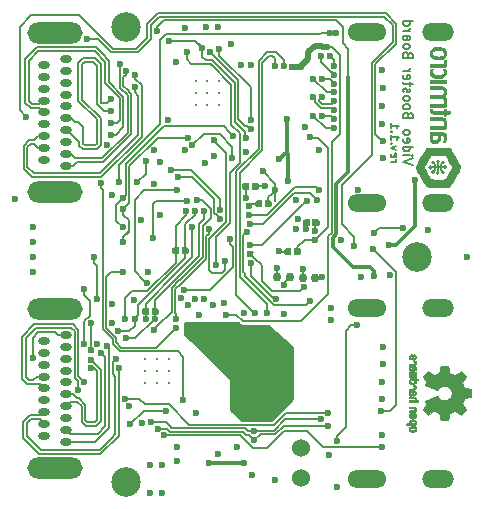
<source format=gbr>
G04 #@! TF.GenerationSoftware,KiCad,Pcbnew,5.1.4+dfsg1-1~bpo10+1*
G04 #@! TF.CreationDate,2020-01-08T12:36:27+01:00*
G04 #@! TF.ProjectId,video-booster-board,76696465-6f2d-4626-9f6f-737465722d62,rev?*
G04 #@! TF.SameCoordinates,Original*
G04 #@! TF.FileFunction,Copper,L4,Bot*
G04 #@! TF.FilePolarity,Positive*
%FSLAX46Y46*%
G04 Gerber Fmt 4.6, Leading zero omitted, Abs format (unit mm)*
G04 Created by KiCad (PCBNEW 5.1.4+dfsg1-1~bpo10+1) date 2020-01-08 12:36:27*
%MOMM*%
%LPD*%
G04 APERTURE LIST*
%ADD10C,0.175000*%
%ADD11C,0.180000*%
%ADD12C,0.010000*%
%ADD13C,0.130000*%
%ADD14O,2.700000X1.500000*%
%ADD15O,3.300000X1.500000*%
%ADD16C,0.200000*%
%ADD17C,0.100000*%
%ADD18O,1.000000X0.700000*%
%ADD19O,4.700000X1.800000*%
%ADD20C,0.750000*%
%ADD21C,0.250000*%
%ADD22C,1.524000*%
%ADD23C,2.500000*%
%ADD24C,0.600000*%
%ADD25C,0.200000*%
%ADD26C,0.500000*%
%ADD27C,0.150000*%
%ADD28C,0.135000*%
%ADD29C,0.300000*%
%ADD30C,0.254000*%
G04 APERTURE END LIST*
D10*
X142449233Y-71384066D02*
X142915900Y-71384066D01*
X142782566Y-71384066D02*
X142849233Y-71350733D01*
X142882566Y-71317400D01*
X142915900Y-71250733D01*
X142915900Y-71184066D01*
X142482566Y-70684066D02*
X142449233Y-70750733D01*
X142449233Y-70884066D01*
X142482566Y-70950733D01*
X142549233Y-70984066D01*
X142815900Y-70984066D01*
X142882566Y-70950733D01*
X142915900Y-70884066D01*
X142915900Y-70750733D01*
X142882566Y-70684066D01*
X142815900Y-70650733D01*
X142749233Y-70650733D01*
X142682566Y-70984066D01*
X142915900Y-70417400D02*
X142449233Y-70250733D01*
X142915900Y-70084066D01*
X142515900Y-69817400D02*
X142482566Y-69784066D01*
X142449233Y-69817400D01*
X142482566Y-69850733D01*
X142515900Y-69817400D01*
X142449233Y-69817400D01*
X142449233Y-69117400D02*
X142449233Y-69517400D01*
X142449233Y-69317400D02*
X143149233Y-69317400D01*
X143049233Y-69384066D01*
X142982566Y-69450733D01*
X142949233Y-69517400D01*
X142515900Y-68817400D02*
X142482566Y-68784066D01*
X142449233Y-68817400D01*
X142482566Y-68850733D01*
X142515900Y-68817400D01*
X142449233Y-68817400D01*
X142449233Y-68117400D02*
X142449233Y-68517400D01*
X142449233Y-68317400D02*
X143149233Y-68317400D01*
X143049233Y-68384066D01*
X142982566Y-68450733D01*
X142949233Y-68517400D01*
D11*
X144303995Y-71630733D02*
X143503995Y-71364066D01*
X144303995Y-71097400D01*
X143503995Y-70830733D02*
X144037328Y-70830733D01*
X144303995Y-70830733D02*
X144265900Y-70868828D01*
X144227804Y-70830733D01*
X144265900Y-70792638D01*
X144303995Y-70830733D01*
X144227804Y-70830733D01*
X143503995Y-70106923D02*
X144303995Y-70106923D01*
X143542090Y-70106923D02*
X143503995Y-70183114D01*
X143503995Y-70335495D01*
X143542090Y-70411685D01*
X143580185Y-70449780D01*
X143656376Y-70487876D01*
X143884947Y-70487876D01*
X143961138Y-70449780D01*
X143999233Y-70411685D01*
X144037328Y-70335495D01*
X144037328Y-70183114D01*
X143999233Y-70106923D01*
X143542090Y-69421209D02*
X143503995Y-69497400D01*
X143503995Y-69649780D01*
X143542090Y-69725971D01*
X143618280Y-69764066D01*
X143923042Y-69764066D01*
X143999233Y-69725971D01*
X144037328Y-69649780D01*
X144037328Y-69497400D01*
X143999233Y-69421209D01*
X143923042Y-69383114D01*
X143846852Y-69383114D01*
X143770661Y-69764066D01*
X143503995Y-68925971D02*
X143542090Y-69002161D01*
X143580185Y-69040257D01*
X143656376Y-69078352D01*
X143884947Y-69078352D01*
X143961138Y-69040257D01*
X143999233Y-69002161D01*
X144037328Y-68925971D01*
X144037328Y-68811685D01*
X143999233Y-68735495D01*
X143961138Y-68697400D01*
X143884947Y-68659304D01*
X143656376Y-68659304D01*
X143580185Y-68697400D01*
X143542090Y-68735495D01*
X143503995Y-68811685D01*
X143503995Y-68925971D01*
X143923042Y-67440257D02*
X143884947Y-67325971D01*
X143846852Y-67287876D01*
X143770661Y-67249780D01*
X143656376Y-67249780D01*
X143580185Y-67287876D01*
X143542090Y-67325971D01*
X143503995Y-67402161D01*
X143503995Y-67706923D01*
X144303995Y-67706923D01*
X144303995Y-67440257D01*
X144265900Y-67364066D01*
X144227804Y-67325971D01*
X144151614Y-67287876D01*
X144075423Y-67287876D01*
X143999233Y-67325971D01*
X143961138Y-67364066D01*
X143923042Y-67440257D01*
X143923042Y-67706923D01*
X143503995Y-66792638D02*
X143542090Y-66868828D01*
X143580185Y-66906923D01*
X143656376Y-66945019D01*
X143884947Y-66945019D01*
X143961138Y-66906923D01*
X143999233Y-66868828D01*
X144037328Y-66792638D01*
X144037328Y-66678352D01*
X143999233Y-66602161D01*
X143961138Y-66564066D01*
X143884947Y-66525971D01*
X143656376Y-66525971D01*
X143580185Y-66564066D01*
X143542090Y-66602161D01*
X143503995Y-66678352D01*
X143503995Y-66792638D01*
X143503995Y-66068828D02*
X143542090Y-66145019D01*
X143580185Y-66183114D01*
X143656376Y-66221209D01*
X143884947Y-66221209D01*
X143961138Y-66183114D01*
X143999233Y-66145019D01*
X144037328Y-66068828D01*
X144037328Y-65954542D01*
X143999233Y-65878352D01*
X143961138Y-65840257D01*
X143884947Y-65802161D01*
X143656376Y-65802161D01*
X143580185Y-65840257D01*
X143542090Y-65878352D01*
X143503995Y-65954542D01*
X143503995Y-66068828D01*
X143542090Y-65497400D02*
X143503995Y-65421209D01*
X143503995Y-65268828D01*
X143542090Y-65192638D01*
X143618280Y-65154542D01*
X143656376Y-65154542D01*
X143732566Y-65192638D01*
X143770661Y-65268828D01*
X143770661Y-65383114D01*
X143808757Y-65459304D01*
X143884947Y-65497400D01*
X143923042Y-65497400D01*
X143999233Y-65459304D01*
X144037328Y-65383114D01*
X144037328Y-65268828D01*
X143999233Y-65192638D01*
X144037328Y-64925971D02*
X144037328Y-64621209D01*
X144303995Y-64811685D02*
X143618280Y-64811685D01*
X143542090Y-64773590D01*
X143503995Y-64697400D01*
X143503995Y-64621209D01*
X143542090Y-64049780D02*
X143503995Y-64125971D01*
X143503995Y-64278352D01*
X143542090Y-64354542D01*
X143618280Y-64392638D01*
X143923042Y-64392638D01*
X143999233Y-64354542D01*
X144037328Y-64278352D01*
X144037328Y-64125971D01*
X143999233Y-64049780D01*
X143923042Y-64011685D01*
X143846852Y-64011685D01*
X143770661Y-64392638D01*
X143503995Y-63668828D02*
X144037328Y-63668828D01*
X143884947Y-63668828D02*
X143961138Y-63630733D01*
X143999233Y-63592638D01*
X144037328Y-63516447D01*
X144037328Y-63440257D01*
X143923042Y-62297400D02*
X143884947Y-62183114D01*
X143846852Y-62145019D01*
X143770661Y-62106923D01*
X143656376Y-62106923D01*
X143580185Y-62145019D01*
X143542090Y-62183114D01*
X143503995Y-62259304D01*
X143503995Y-62564066D01*
X144303995Y-62564066D01*
X144303995Y-62297400D01*
X144265900Y-62221209D01*
X144227804Y-62183114D01*
X144151614Y-62145019D01*
X144075423Y-62145019D01*
X143999233Y-62183114D01*
X143961138Y-62221209D01*
X143923042Y-62297400D01*
X143923042Y-62564066D01*
X143503995Y-61649780D02*
X143542090Y-61725971D01*
X143580185Y-61764066D01*
X143656376Y-61802161D01*
X143884947Y-61802161D01*
X143961138Y-61764066D01*
X143999233Y-61725971D01*
X144037328Y-61649780D01*
X144037328Y-61535495D01*
X143999233Y-61459304D01*
X143961138Y-61421209D01*
X143884947Y-61383114D01*
X143656376Y-61383114D01*
X143580185Y-61421209D01*
X143542090Y-61459304D01*
X143503995Y-61535495D01*
X143503995Y-61649780D01*
X143503995Y-60697400D02*
X143923042Y-60697400D01*
X143999233Y-60735495D01*
X144037328Y-60811685D01*
X144037328Y-60964066D01*
X143999233Y-61040257D01*
X143542090Y-60697400D02*
X143503995Y-60773590D01*
X143503995Y-60964066D01*
X143542090Y-61040257D01*
X143618280Y-61078352D01*
X143694471Y-61078352D01*
X143770661Y-61040257D01*
X143808757Y-60964066D01*
X143808757Y-60773590D01*
X143846852Y-60697400D01*
X143503995Y-60316447D02*
X144037328Y-60316447D01*
X143884947Y-60316447D02*
X143961138Y-60278352D01*
X143999233Y-60240257D01*
X144037328Y-60164066D01*
X144037328Y-60087876D01*
X143503995Y-59478352D02*
X144303995Y-59478352D01*
X143542090Y-59478352D02*
X143503995Y-59554542D01*
X143503995Y-59706923D01*
X143542090Y-59783114D01*
X143580185Y-59821209D01*
X143656376Y-59859304D01*
X143884947Y-59859304D01*
X143961138Y-59821209D01*
X143999233Y-59783114D01*
X144037328Y-59706923D01*
X144037328Y-59554542D01*
X143999233Y-59478352D01*
D12*
G36*
X147099754Y-69184896D02*
G01*
X147089657Y-69100407D01*
X147069113Y-69040192D01*
X147043462Y-68999214D01*
X146998142Y-68944400D01*
X146948593Y-68903077D01*
X146886177Y-68873158D01*
X146802259Y-68852557D01*
X146688203Y-68839188D01*
X146535373Y-68830965D01*
X146335132Y-68825801D01*
X146324813Y-68825606D01*
X145829403Y-68816346D01*
X145791151Y-68896162D01*
X145772502Y-68960481D01*
X145755931Y-69062791D01*
X145744172Y-69184644D01*
X145741634Y-69229978D01*
X145738192Y-69364458D01*
X145743239Y-69458646D01*
X145758560Y-69528294D01*
X145781407Y-69580750D01*
X145866421Y-69698462D01*
X145975622Y-69767908D01*
X146117246Y-69793957D01*
X146124546Y-69794089D01*
X146124546Y-69554534D01*
X146018414Y-69532801D01*
X145947714Y-69467436D01*
X145912274Y-69358190D01*
X145908808Y-69245753D01*
X145917111Y-69088867D01*
X146490097Y-69072843D01*
X146463851Y-69189653D01*
X146411113Y-69354616D01*
X146337301Y-69468791D01*
X146240158Y-69534601D01*
X146124546Y-69554534D01*
X146124546Y-69794089D01*
X146142889Y-69794423D01*
X146289325Y-69771088D01*
X146409393Y-69700327D01*
X146504071Y-69581007D01*
X146574337Y-69411994D01*
X146611745Y-69251145D01*
X146630802Y-69154705D01*
X146649691Y-69101588D01*
X146675609Y-69079156D01*
X146712204Y-69074756D01*
X146817882Y-69097605D01*
X146890549Y-69162838D01*
X146927908Y-69265482D01*
X146927664Y-69400563D01*
X146907711Y-69498089D01*
X146885259Y-69587844D01*
X146879939Y-69639951D01*
X146892101Y-69670657D01*
X146911822Y-69688589D01*
X146965454Y-69718022D01*
X146991526Y-69723867D01*
X147031755Y-69697235D01*
X147065078Y-69623344D01*
X147089082Y-69511199D01*
X147101357Y-69369805D01*
X147102444Y-69309659D01*
X147099754Y-69184896D01*
X147099754Y-69184896D01*
G37*
X147099754Y-69184896D02*
X147089657Y-69100407D01*
X147069113Y-69040192D01*
X147043462Y-68999214D01*
X146998142Y-68944400D01*
X146948593Y-68903077D01*
X146886177Y-68873158D01*
X146802259Y-68852557D01*
X146688203Y-68839188D01*
X146535373Y-68830965D01*
X146335132Y-68825801D01*
X146324813Y-68825606D01*
X145829403Y-68816346D01*
X145791151Y-68896162D01*
X145772502Y-68960481D01*
X145755931Y-69062791D01*
X145744172Y-69184644D01*
X145741634Y-69229978D01*
X145738192Y-69364458D01*
X145743239Y-69458646D01*
X145758560Y-69528294D01*
X145781407Y-69580750D01*
X145866421Y-69698462D01*
X145975622Y-69767908D01*
X146117246Y-69793957D01*
X146124546Y-69794089D01*
X146124546Y-69554534D01*
X146018414Y-69532801D01*
X145947714Y-69467436D01*
X145912274Y-69358190D01*
X145908808Y-69245753D01*
X145917111Y-69088867D01*
X146490097Y-69072843D01*
X146463851Y-69189653D01*
X146411113Y-69354616D01*
X146337301Y-69468791D01*
X146240158Y-69534601D01*
X146124546Y-69554534D01*
X146124546Y-69794089D01*
X146142889Y-69794423D01*
X146289325Y-69771088D01*
X146409393Y-69700327D01*
X146504071Y-69581007D01*
X146574337Y-69411994D01*
X146611745Y-69251145D01*
X146630802Y-69154705D01*
X146649691Y-69101588D01*
X146675609Y-69079156D01*
X146712204Y-69074756D01*
X146817882Y-69097605D01*
X146890549Y-69162838D01*
X146927908Y-69265482D01*
X146927664Y-69400563D01*
X146907711Y-69498089D01*
X146885259Y-69587844D01*
X146879939Y-69639951D01*
X146892101Y-69670657D01*
X146911822Y-69688589D01*
X146965454Y-69718022D01*
X146991526Y-69723867D01*
X147031755Y-69697235D01*
X147065078Y-69623344D01*
X147089082Y-69511199D01*
X147101357Y-69369805D01*
X147102444Y-69309659D01*
X147099754Y-69184896D01*
G36*
X147100303Y-67947427D02*
G01*
X147062219Y-67814812D01*
X147061709Y-67813683D01*
X147028364Y-67748018D01*
X146990519Y-67697909D01*
X146940485Y-67661270D01*
X146870572Y-67636021D01*
X146773090Y-67620076D01*
X146640348Y-67611353D01*
X146464658Y-67607769D01*
X146299513Y-67607200D01*
X145761889Y-67607200D01*
X145761889Y-67861200D01*
X146277720Y-67861200D01*
X146480941Y-67862238D01*
X146635087Y-67866623D01*
X146747511Y-67876261D01*
X146825566Y-67893058D01*
X146876604Y-67918922D01*
X146907976Y-67955757D01*
X146927035Y-68005472D01*
X146933253Y-68031182D01*
X146940878Y-68117151D01*
X146934978Y-68215858D01*
X146933007Y-68228702D01*
X146914039Y-68340978D01*
X145761889Y-68340978D01*
X145761889Y-68594978D01*
X147029702Y-68594978D01*
X147073129Y-68448745D01*
X147106126Y-68284860D01*
X147115062Y-68110932D01*
X147100303Y-67947427D01*
X147100303Y-67947427D01*
G37*
X147100303Y-67947427D02*
X147062219Y-67814812D01*
X147061709Y-67813683D01*
X147028364Y-67748018D01*
X146990519Y-67697909D01*
X146940485Y-67661270D01*
X146870572Y-67636021D01*
X146773090Y-67620076D01*
X146640348Y-67611353D01*
X146464658Y-67607769D01*
X146299513Y-67607200D01*
X145761889Y-67607200D01*
X145761889Y-67861200D01*
X146277720Y-67861200D01*
X146480941Y-67862238D01*
X146635087Y-67866623D01*
X146747511Y-67876261D01*
X146825566Y-67893058D01*
X146876604Y-67918922D01*
X146907976Y-67955757D01*
X146927035Y-68005472D01*
X146933253Y-68031182D01*
X146940878Y-68117151D01*
X146934978Y-68215858D01*
X146933007Y-68228702D01*
X146914039Y-68340978D01*
X145761889Y-68340978D01*
X145761889Y-68594978D01*
X147029702Y-68594978D01*
X147073129Y-68448745D01*
X147106126Y-68284860D01*
X147115062Y-68110932D01*
X147100303Y-67947427D01*
G36*
X147088333Y-67099200D02*
G01*
X147088333Y-66986311D01*
X147084990Y-66913926D01*
X147066872Y-66881748D01*
X147021847Y-66873601D01*
X147003667Y-66873423D01*
X146949378Y-66877881D01*
X146925244Y-66902038D01*
X146919134Y-66962071D01*
X146919000Y-66986311D01*
X146919000Y-67099200D01*
X146487835Y-67099200D01*
X146294640Y-67097192D01*
X146150897Y-67089859D01*
X146049714Y-67075237D01*
X145984200Y-67051362D01*
X145947460Y-67016270D01*
X145932605Y-66967996D01*
X145931222Y-66940590D01*
X145924394Y-66892578D01*
X145892571Y-66876480D01*
X145839500Y-66878690D01*
X145777023Y-66890999D01*
X145749769Y-66923954D01*
X145741136Y-66986311D01*
X145747824Y-67082614D01*
X145772373Y-67170440D01*
X145801009Y-67222430D01*
X145839687Y-67261434D01*
X145896230Y-67289260D01*
X145978458Y-67307718D01*
X146094193Y-67318617D01*
X146251256Y-67323765D01*
X146440550Y-67324978D01*
X146919000Y-67324978D01*
X146919000Y-67409645D01*
X146925993Y-67469614D01*
X146958980Y-67491718D01*
X147003667Y-67494311D01*
X147063636Y-67487318D01*
X147085739Y-67454332D01*
X147088333Y-67409645D01*
X147090991Y-67361050D01*
X147108275Y-67335874D01*
X147154155Y-67326418D01*
X147241890Y-67324978D01*
X147336112Y-67323033D01*
X147389482Y-67310166D01*
X147417590Y-67275830D01*
X147436026Y-67209476D01*
X147440035Y-67190923D01*
X147459707Y-67099200D01*
X147088333Y-67099200D01*
X147088333Y-67099200D01*
G37*
X147088333Y-67099200D02*
X147088333Y-66986311D01*
X147084990Y-66913926D01*
X147066872Y-66881748D01*
X147021847Y-66873601D01*
X147003667Y-66873423D01*
X146949378Y-66877881D01*
X146925244Y-66902038D01*
X146919134Y-66962071D01*
X146919000Y-66986311D01*
X146919000Y-67099200D01*
X146487835Y-67099200D01*
X146294640Y-67097192D01*
X146150897Y-67089859D01*
X146049714Y-67075237D01*
X145984200Y-67051362D01*
X145947460Y-67016270D01*
X145932605Y-66967996D01*
X145931222Y-66940590D01*
X145924394Y-66892578D01*
X145892571Y-66876480D01*
X145839500Y-66878690D01*
X145777023Y-66890999D01*
X145749769Y-66923954D01*
X145741136Y-66986311D01*
X145747824Y-67082614D01*
X145772373Y-67170440D01*
X145801009Y-67222430D01*
X145839687Y-67261434D01*
X145896230Y-67289260D01*
X145978458Y-67307718D01*
X146094193Y-67318617D01*
X146251256Y-67323765D01*
X146440550Y-67324978D01*
X146919000Y-67324978D01*
X146919000Y-67409645D01*
X146925993Y-67469614D01*
X146958980Y-67491718D01*
X147003667Y-67494311D01*
X147063636Y-67487318D01*
X147085739Y-67454332D01*
X147088333Y-67409645D01*
X147090991Y-67361050D01*
X147108275Y-67335874D01*
X147154155Y-67326418D01*
X147241890Y-67324978D01*
X147336112Y-67323033D01*
X147389482Y-67310166D01*
X147417590Y-67275830D01*
X147436026Y-67209476D01*
X147440035Y-67190923D01*
X147459707Y-67099200D01*
X147088333Y-67099200D01*
G36*
X147090311Y-62016059D02*
G01*
X147015481Y-61875337D01*
X146897919Y-61766051D01*
X146849198Y-61737741D01*
X146775280Y-61703826D01*
X146704484Y-61682602D01*
X146619945Y-61671228D01*
X146504800Y-61666865D01*
X146425864Y-61666423D01*
X146285034Y-61668488D01*
X146183858Y-61676445D01*
X146105640Y-61692933D01*
X146033683Y-61720593D01*
X146009030Y-61732345D01*
X145881317Y-61812555D01*
X145798673Y-61910738D01*
X145753509Y-62038942D01*
X145739779Y-62159680D01*
X145738386Y-62273652D01*
X145750611Y-62353976D01*
X145780533Y-62422635D01*
X145792181Y-62442035D01*
X145872980Y-62549118D01*
X145966852Y-62624859D01*
X146084288Y-62673668D01*
X146235780Y-62699956D01*
X146391065Y-62706642D01*
X146391065Y-62466119D01*
X146242901Y-62449230D01*
X146110601Y-62416016D01*
X146007354Y-62367964D01*
X145947039Y-62307857D01*
X145911211Y-62225724D01*
X145910925Y-62157801D01*
X145944002Y-62078219D01*
X145996400Y-62010153D01*
X146076736Y-61963073D01*
X146192898Y-61934470D01*
X146352771Y-61921835D01*
X146439222Y-61920689D01*
X146614119Y-61927525D01*
X146742393Y-61949782D01*
X146832531Y-61990680D01*
X146893019Y-62053441D01*
X146918449Y-62102536D01*
X146935036Y-62209349D01*
X146901515Y-62309823D01*
X146823630Y-62389480D01*
X146798848Y-62403956D01*
X146682227Y-62444970D01*
X146541903Y-62465195D01*
X146391065Y-62466119D01*
X146391065Y-62706642D01*
X146425111Y-62708109D01*
X146565521Y-62706694D01*
X146665074Y-62699388D01*
X146739246Y-62683887D01*
X146803510Y-62657886D01*
X146820222Y-62649272D01*
X146965896Y-62549588D01*
X147060729Y-62430041D01*
X147108662Y-62284373D01*
X147116555Y-62178565D01*
X147090311Y-62016059D01*
X147090311Y-62016059D01*
G37*
X147090311Y-62016059D02*
X147015481Y-61875337D01*
X146897919Y-61766051D01*
X146849198Y-61737741D01*
X146775280Y-61703826D01*
X146704484Y-61682602D01*
X146619945Y-61671228D01*
X146504800Y-61666865D01*
X146425864Y-61666423D01*
X146285034Y-61668488D01*
X146183858Y-61676445D01*
X146105640Y-61692933D01*
X146033683Y-61720593D01*
X146009030Y-61732345D01*
X145881317Y-61812555D01*
X145798673Y-61910738D01*
X145753509Y-62038942D01*
X145739779Y-62159680D01*
X145738386Y-62273652D01*
X145750611Y-62353976D01*
X145780533Y-62422635D01*
X145792181Y-62442035D01*
X145872980Y-62549118D01*
X145966852Y-62624859D01*
X146084288Y-62673668D01*
X146235780Y-62699956D01*
X146391065Y-62706642D01*
X146391065Y-62466119D01*
X146242901Y-62449230D01*
X146110601Y-62416016D01*
X146007354Y-62367964D01*
X145947039Y-62307857D01*
X145911211Y-62225724D01*
X145910925Y-62157801D01*
X145944002Y-62078219D01*
X145996400Y-62010153D01*
X146076736Y-61963073D01*
X146192898Y-61934470D01*
X146352771Y-61921835D01*
X146439222Y-61920689D01*
X146614119Y-61927525D01*
X146742393Y-61949782D01*
X146832531Y-61990680D01*
X146893019Y-62053441D01*
X146918449Y-62102536D01*
X146935036Y-62209349D01*
X146901515Y-62309823D01*
X146823630Y-62389480D01*
X146798848Y-62403956D01*
X146682227Y-62444970D01*
X146541903Y-62465195D01*
X146391065Y-62466119D01*
X146391065Y-62706642D01*
X146425111Y-62708109D01*
X146565521Y-62706694D01*
X146665074Y-62699388D01*
X146739246Y-62683887D01*
X146803510Y-62657886D01*
X146820222Y-62649272D01*
X146965896Y-62549588D01*
X147060729Y-62430041D01*
X147108662Y-62284373D01*
X147116555Y-62178565D01*
X147090311Y-62016059D01*
G36*
X145761889Y-64474534D02*
G01*
X145761889Y-64728534D01*
X147088333Y-64728534D01*
X147088333Y-64474534D01*
X145761889Y-64474534D01*
X145761889Y-64474534D01*
G37*
X145761889Y-64474534D02*
X145761889Y-64728534D01*
X147088333Y-64728534D01*
X147088333Y-64474534D01*
X145761889Y-64474534D01*
G36*
X147109230Y-62771286D02*
G01*
X147091086Y-62728854D01*
X147081278Y-62725141D01*
X146980606Y-62741098D01*
X146928228Y-62786228D01*
X146920256Y-62834334D01*
X146922828Y-62923102D01*
X146921990Y-62985811D01*
X146919000Y-63063423D01*
X145761889Y-63063423D01*
X145761889Y-63317423D01*
X147029702Y-63317423D01*
X147073129Y-63171189D01*
X147097961Y-63063811D01*
X147112420Y-62952326D01*
X147116259Y-62850297D01*
X147109230Y-62771286D01*
X147109230Y-62771286D01*
G37*
X147109230Y-62771286D02*
X147091086Y-62728854D01*
X147081278Y-62725141D01*
X146980606Y-62741098D01*
X146928228Y-62786228D01*
X146920256Y-62834334D01*
X146922828Y-62923102D01*
X146921990Y-62985811D01*
X146919000Y-63063423D01*
X145761889Y-63063423D01*
X145761889Y-63317423D01*
X147029702Y-63317423D01*
X147073129Y-63171189D01*
X147097961Y-63063811D01*
X147112420Y-62952326D01*
X147116259Y-62850297D01*
X147109230Y-62771286D01*
G36*
X148316427Y-71785070D02*
G01*
X148279021Y-71699422D01*
X148223363Y-71588361D01*
X148154923Y-71463336D01*
X148143832Y-71443979D01*
X148061762Y-71301243D01*
X147962402Y-71127849D01*
X147856304Y-70942243D01*
X147754018Y-70762869D01*
X147716840Y-70697534D01*
X147634019Y-70554648D01*
X147556726Y-70426388D01*
X147490780Y-70322024D01*
X147442001Y-70250831D01*
X147420215Y-70224811D01*
X147400684Y-70211189D01*
X147372263Y-70200308D01*
X147328950Y-70191865D01*
X147264741Y-70185557D01*
X147173634Y-70181080D01*
X147049626Y-70178131D01*
X146886713Y-70176408D01*
X146678894Y-70175606D01*
X146442375Y-70175423D01*
X146181319Y-70175805D01*
X145971061Y-70177111D01*
X145805960Y-70179576D01*
X145680376Y-70183435D01*
X145588665Y-70188926D01*
X145525188Y-70196283D01*
X145484302Y-70205744D01*
X145461875Y-70216449D01*
X145430033Y-70253110D01*
X145376228Y-70330773D01*
X145305808Y-70441047D01*
X145224122Y-70575538D01*
X145136520Y-70725853D01*
X145130629Y-70736181D01*
X145032901Y-70907211D01*
X144932247Y-71082420D01*
X144836740Y-71247817D01*
X144754458Y-71389407D01*
X144703145Y-71476872D01*
X144623989Y-71617936D01*
X144575228Y-71723575D01*
X144552914Y-71803156D01*
X144550480Y-71839084D01*
X144558526Y-71882717D01*
X144582814Y-71947729D01*
X144625784Y-72038836D01*
X144689877Y-72160756D01*
X144777531Y-72318203D01*
X144891189Y-72515893D01*
X144974753Y-72658978D01*
X145084019Y-72844023D01*
X145186416Y-73015094D01*
X145277865Y-73165558D01*
X145354286Y-73288782D01*
X145411602Y-73378133D01*
X145445732Y-73426980D01*
X145450244Y-73432165D01*
X145467563Y-73446733D01*
X145491332Y-73458388D01*
X145527518Y-73467450D01*
X145582087Y-73474237D01*
X145661005Y-73479067D01*
X145770240Y-73482259D01*
X145915759Y-73484132D01*
X146103526Y-73485004D01*
X146339510Y-73485193D01*
X146441904Y-73485154D01*
X146441904Y-72884324D01*
X146265033Y-72883191D01*
X146106533Y-72880279D01*
X145975386Y-72875906D01*
X145880574Y-72870392D01*
X145831077Y-72864057D01*
X145826951Y-72862457D01*
X145801704Y-72831468D01*
X145754381Y-72760424D01*
X145690413Y-72658558D01*
X145615227Y-72535106D01*
X145534253Y-72399302D01*
X145452921Y-72260381D01*
X145376659Y-72127576D01*
X145310897Y-72010123D01*
X145261063Y-71917255D01*
X145232587Y-71858207D01*
X145228006Y-71843707D01*
X145240926Y-71808273D01*
X145278325Y-71732296D01*
X145335924Y-71623803D01*
X145409443Y-71490820D01*
X145494603Y-71341372D01*
X145510322Y-71314231D01*
X145599988Y-71162769D01*
X145683367Y-71027476D01*
X145755300Y-70916290D01*
X145810627Y-70837150D01*
X145844190Y-70797993D01*
X145847134Y-70796002D01*
X145889878Y-70787843D01*
X145978115Y-70780937D01*
X146100902Y-70775387D01*
X146247299Y-70771298D01*
X146406365Y-70768771D01*
X146567159Y-70767911D01*
X146718739Y-70768821D01*
X146850165Y-70771604D01*
X146950496Y-70776363D01*
X147008791Y-70783203D01*
X147014827Y-70784973D01*
X147043681Y-70814676D01*
X147093757Y-70885044D01*
X147159734Y-70986929D01*
X147236294Y-71111181D01*
X147318117Y-71248650D01*
X147399883Y-71390188D01*
X147476272Y-71526644D01*
X147541966Y-71648871D01*
X147591643Y-71747717D01*
X147619986Y-71814035D01*
X147624555Y-71833658D01*
X147610952Y-71873794D01*
X147573689Y-71952819D01*
X147518090Y-72061186D01*
X147449475Y-72189347D01*
X147373168Y-72327755D01*
X147294490Y-72466863D01*
X147218764Y-72597124D01*
X147151311Y-72708990D01*
X147097455Y-72792915D01*
X147066153Y-72835367D01*
X147046461Y-72852126D01*
X147015544Y-72864633D01*
X146965773Y-72873484D01*
X146889522Y-72879280D01*
X146779164Y-72882617D01*
X146627073Y-72884095D01*
X146441904Y-72884324D01*
X146441904Y-73485154D01*
X146442773Y-73485153D01*
X147381938Y-73484620D01*
X147435531Y-73417521D01*
X147475199Y-73360769D01*
X147535001Y-73266075D01*
X147610767Y-73140821D01*
X147698327Y-72992390D01*
X147793509Y-72828165D01*
X147892145Y-72655528D01*
X147990063Y-72481863D01*
X148083093Y-72314551D01*
X148167065Y-72160976D01*
X148237809Y-72028521D01*
X148291154Y-71924567D01*
X148322929Y-71856497D01*
X148330111Y-71833857D01*
X148316427Y-71785070D01*
X148316427Y-71785070D01*
G37*
X148316427Y-71785070D02*
X148279021Y-71699422D01*
X148223363Y-71588361D01*
X148154923Y-71463336D01*
X148143832Y-71443979D01*
X148061762Y-71301243D01*
X147962402Y-71127849D01*
X147856304Y-70942243D01*
X147754018Y-70762869D01*
X147716840Y-70697534D01*
X147634019Y-70554648D01*
X147556726Y-70426388D01*
X147490780Y-70322024D01*
X147442001Y-70250831D01*
X147420215Y-70224811D01*
X147400684Y-70211189D01*
X147372263Y-70200308D01*
X147328950Y-70191865D01*
X147264741Y-70185557D01*
X147173634Y-70181080D01*
X147049626Y-70178131D01*
X146886713Y-70176408D01*
X146678894Y-70175606D01*
X146442375Y-70175423D01*
X146181319Y-70175805D01*
X145971061Y-70177111D01*
X145805960Y-70179576D01*
X145680376Y-70183435D01*
X145588665Y-70188926D01*
X145525188Y-70196283D01*
X145484302Y-70205744D01*
X145461875Y-70216449D01*
X145430033Y-70253110D01*
X145376228Y-70330773D01*
X145305808Y-70441047D01*
X145224122Y-70575538D01*
X145136520Y-70725853D01*
X145130629Y-70736181D01*
X145032901Y-70907211D01*
X144932247Y-71082420D01*
X144836740Y-71247817D01*
X144754458Y-71389407D01*
X144703145Y-71476872D01*
X144623989Y-71617936D01*
X144575228Y-71723575D01*
X144552914Y-71803156D01*
X144550480Y-71839084D01*
X144558526Y-71882717D01*
X144582814Y-71947729D01*
X144625784Y-72038836D01*
X144689877Y-72160756D01*
X144777531Y-72318203D01*
X144891189Y-72515893D01*
X144974753Y-72658978D01*
X145084019Y-72844023D01*
X145186416Y-73015094D01*
X145277865Y-73165558D01*
X145354286Y-73288782D01*
X145411602Y-73378133D01*
X145445732Y-73426980D01*
X145450244Y-73432165D01*
X145467563Y-73446733D01*
X145491332Y-73458388D01*
X145527518Y-73467450D01*
X145582087Y-73474237D01*
X145661005Y-73479067D01*
X145770240Y-73482259D01*
X145915759Y-73484132D01*
X146103526Y-73485004D01*
X146339510Y-73485193D01*
X146441904Y-73485154D01*
X146441904Y-72884324D01*
X146265033Y-72883191D01*
X146106533Y-72880279D01*
X145975386Y-72875906D01*
X145880574Y-72870392D01*
X145831077Y-72864057D01*
X145826951Y-72862457D01*
X145801704Y-72831468D01*
X145754381Y-72760424D01*
X145690413Y-72658558D01*
X145615227Y-72535106D01*
X145534253Y-72399302D01*
X145452921Y-72260381D01*
X145376659Y-72127576D01*
X145310897Y-72010123D01*
X145261063Y-71917255D01*
X145232587Y-71858207D01*
X145228006Y-71843707D01*
X145240926Y-71808273D01*
X145278325Y-71732296D01*
X145335924Y-71623803D01*
X145409443Y-71490820D01*
X145494603Y-71341372D01*
X145510322Y-71314231D01*
X145599988Y-71162769D01*
X145683367Y-71027476D01*
X145755300Y-70916290D01*
X145810627Y-70837150D01*
X145844190Y-70797993D01*
X145847134Y-70796002D01*
X145889878Y-70787843D01*
X145978115Y-70780937D01*
X146100902Y-70775387D01*
X146247299Y-70771298D01*
X146406365Y-70768771D01*
X146567159Y-70767911D01*
X146718739Y-70768821D01*
X146850165Y-70771604D01*
X146950496Y-70776363D01*
X147008791Y-70783203D01*
X147014827Y-70784973D01*
X147043681Y-70814676D01*
X147093757Y-70885044D01*
X147159734Y-70986929D01*
X147236294Y-71111181D01*
X147318117Y-71248650D01*
X147399883Y-71390188D01*
X147476272Y-71526644D01*
X147541966Y-71648871D01*
X147591643Y-71747717D01*
X147619986Y-71814035D01*
X147624555Y-71833658D01*
X147610952Y-71873794D01*
X147573689Y-71952819D01*
X147518090Y-72061186D01*
X147449475Y-72189347D01*
X147373168Y-72327755D01*
X147294490Y-72466863D01*
X147218764Y-72597124D01*
X147151311Y-72708990D01*
X147097455Y-72792915D01*
X147066153Y-72835367D01*
X147046461Y-72852126D01*
X147015544Y-72864633D01*
X146965773Y-72873484D01*
X146889522Y-72879280D01*
X146779164Y-72882617D01*
X146627073Y-72884095D01*
X146441904Y-72884324D01*
X146441904Y-73485154D01*
X146442773Y-73485153D01*
X147381938Y-73484620D01*
X147435531Y-73417521D01*
X147475199Y-73360769D01*
X147535001Y-73266075D01*
X147610767Y-73140821D01*
X147698327Y-72992390D01*
X147793509Y-72828165D01*
X147892145Y-72655528D01*
X147990063Y-72481863D01*
X148083093Y-72314551D01*
X148167065Y-72160976D01*
X148237809Y-72028521D01*
X148291154Y-71924567D01*
X148322929Y-71856497D01*
X148330111Y-71833857D01*
X148316427Y-71785070D01*
G36*
X147092174Y-63611212D02*
G01*
X147057687Y-63527395D01*
X147004642Y-63494366D01*
X146936849Y-63508140D01*
X146894054Y-63532020D01*
X146881847Y-63562578D01*
X146895655Y-63619676D01*
X146904881Y-63646969D01*
X146926642Y-63735594D01*
X146918574Y-63807993D01*
X146908054Y-63837142D01*
X146856284Y-63926180D01*
X146779930Y-63987065D01*
X146669179Y-64024761D01*
X146514217Y-64044233D01*
X146496418Y-64045339D01*
X146304756Y-64042857D01*
X146146896Y-64012720D01*
X146029405Y-63956736D01*
X145973508Y-63901457D01*
X145940244Y-63815698D01*
X145933008Y-63709437D01*
X145953170Y-63612948D01*
X145959803Y-63598974D01*
X145971433Y-63550768D01*
X145934470Y-63516719D01*
X145933436Y-63516163D01*
X145854352Y-63488930D01*
X145800101Y-63510225D01*
X145764650Y-63575634D01*
X145745727Y-63663764D01*
X145736990Y-63774715D01*
X145739130Y-63883021D01*
X145752840Y-63963215D01*
X145754030Y-63966534D01*
X145829249Y-64090780D01*
X145949466Y-64194688D01*
X146027192Y-64237635D01*
X146112849Y-64272261D01*
X146199225Y-64292851D01*
X146305700Y-64302651D01*
X146428944Y-64304925D01*
X146559963Y-64303013D01*
X146653628Y-64294504D01*
X146728952Y-64275737D01*
X146804949Y-64243052D01*
X146838067Y-64226165D01*
X146975557Y-64134434D01*
X147062759Y-64024858D01*
X147104870Y-63888260D01*
X147109284Y-63747459D01*
X147092174Y-63611212D01*
X147092174Y-63611212D01*
G37*
X147092174Y-63611212D02*
X147057687Y-63527395D01*
X147004642Y-63494366D01*
X146936849Y-63508140D01*
X146894054Y-63532020D01*
X146881847Y-63562578D01*
X146895655Y-63619676D01*
X146904881Y-63646969D01*
X146926642Y-63735594D01*
X146918574Y-63807993D01*
X146908054Y-63837142D01*
X146856284Y-63926180D01*
X146779930Y-63987065D01*
X146669179Y-64024761D01*
X146514217Y-64044233D01*
X146496418Y-64045339D01*
X146304756Y-64042857D01*
X146146896Y-64012720D01*
X146029405Y-63956736D01*
X145973508Y-63901457D01*
X145940244Y-63815698D01*
X145933008Y-63709437D01*
X145953170Y-63612948D01*
X145959803Y-63598974D01*
X145971433Y-63550768D01*
X145934470Y-63516719D01*
X145933436Y-63516163D01*
X145854352Y-63488930D01*
X145800101Y-63510225D01*
X145764650Y-63575634D01*
X145745727Y-63663764D01*
X145736990Y-63774715D01*
X145739130Y-63883021D01*
X145752840Y-63963215D01*
X145754030Y-63966534D01*
X145829249Y-64090780D01*
X145949466Y-64194688D01*
X146027192Y-64237635D01*
X146112849Y-64272261D01*
X146199225Y-64292851D01*
X146305700Y-64302651D01*
X146428944Y-64304925D01*
X146559963Y-64303013D01*
X146653628Y-64294504D01*
X146728952Y-64275737D01*
X146804949Y-64243052D01*
X146838067Y-64226165D01*
X146975557Y-64134434D01*
X147062759Y-64024858D01*
X147104870Y-63888260D01*
X147109284Y-63747459D01*
X147092174Y-63611212D01*
G36*
X147082463Y-65253365D02*
G01*
X147008705Y-65125409D01*
X146921882Y-65046596D01*
X146885499Y-65024162D01*
X146847366Y-65007677D01*
X146798532Y-64996228D01*
X146730046Y-64988903D01*
X146632957Y-64984788D01*
X146498314Y-64982970D01*
X146317167Y-64982536D01*
X146293937Y-64982534D01*
X145761889Y-64982534D01*
X145761889Y-65236534D01*
X146271744Y-65236534D01*
X146438774Y-65237989D01*
X146588613Y-65242027D01*
X146711155Y-65248159D01*
X146796295Y-65255896D01*
X146832318Y-65263677D01*
X146897314Y-65327546D01*
X146931222Y-65421440D01*
X146932340Y-65527195D01*
X146898966Y-65626646D01*
X146870094Y-65666923D01*
X146848862Y-65684382D01*
X146815854Y-65697222D01*
X146763033Y-65706132D01*
X146682364Y-65711801D01*
X146565812Y-65714917D01*
X146405339Y-65716168D01*
X146293737Y-65716311D01*
X145761889Y-65716311D01*
X145761889Y-65970311D01*
X146277720Y-65970311D01*
X146480941Y-65971349D01*
X146635087Y-65975734D01*
X146747511Y-65985372D01*
X146825566Y-66002169D01*
X146876604Y-66028033D01*
X146907976Y-66064869D01*
X146927035Y-66114583D01*
X146933253Y-66140293D01*
X146940878Y-66226262D01*
X146934978Y-66324969D01*
X146933007Y-66337814D01*
X146914039Y-66450089D01*
X145761889Y-66450089D01*
X145761889Y-66704089D01*
X147030312Y-66704089D01*
X147076426Y-66545462D01*
X147105316Y-66400971D01*
X147114184Y-66248257D01*
X147103900Y-66104034D01*
X147075334Y-65985013D01*
X147044109Y-65924539D01*
X146987517Y-65848740D01*
X147052036Y-65721298D01*
X147106410Y-65563137D01*
X147115791Y-65403217D01*
X147082463Y-65253365D01*
X147082463Y-65253365D01*
G37*
X147082463Y-65253365D02*
X147008705Y-65125409D01*
X146921882Y-65046596D01*
X146885499Y-65024162D01*
X146847366Y-65007677D01*
X146798532Y-64996228D01*
X146730046Y-64988903D01*
X146632957Y-64984788D01*
X146498314Y-64982970D01*
X146317167Y-64982536D01*
X146293937Y-64982534D01*
X145761889Y-64982534D01*
X145761889Y-65236534D01*
X146271744Y-65236534D01*
X146438774Y-65237989D01*
X146588613Y-65242027D01*
X146711155Y-65248159D01*
X146796295Y-65255896D01*
X146832318Y-65263677D01*
X146897314Y-65327546D01*
X146931222Y-65421440D01*
X146932340Y-65527195D01*
X146898966Y-65626646D01*
X146870094Y-65666923D01*
X146848862Y-65684382D01*
X146815854Y-65697222D01*
X146763033Y-65706132D01*
X146682364Y-65711801D01*
X146565812Y-65714917D01*
X146405339Y-65716168D01*
X146293737Y-65716311D01*
X145761889Y-65716311D01*
X145761889Y-65970311D01*
X146277720Y-65970311D01*
X146480941Y-65971349D01*
X146635087Y-65975734D01*
X146747511Y-65985372D01*
X146825566Y-66002169D01*
X146876604Y-66028033D01*
X146907976Y-66064869D01*
X146927035Y-66114583D01*
X146933253Y-66140293D01*
X146940878Y-66226262D01*
X146934978Y-66324969D01*
X146933007Y-66337814D01*
X146914039Y-66450089D01*
X145761889Y-66450089D01*
X145761889Y-66704089D01*
X147030312Y-66704089D01*
X147076426Y-66545462D01*
X147105316Y-66400971D01*
X147114184Y-66248257D01*
X147103900Y-66104034D01*
X147075334Y-65985013D01*
X147044109Y-65924539D01*
X146987517Y-65848740D01*
X147052036Y-65721298D01*
X147106410Y-65563137D01*
X147115791Y-65403217D01*
X147082463Y-65253365D01*
D13*
X146079900Y-71418700D02*
G75*
G03X146079900Y-71418700I-88900J0D01*
G01*
X146651400Y-71609200D02*
X146778400Y-71482200D01*
X146079900Y-72256900D02*
G75*
G03X146079900Y-72256900I-88900J0D01*
G01*
X146194200Y-72066400D02*
X146067200Y-72193400D01*
X146943500Y-72256900D02*
G75*
G03X146943500Y-72256900I-88900J0D01*
G01*
X146410100Y-71444100D02*
X146410100Y-71799700D01*
X146194200Y-71609200D02*
X146067200Y-71482200D01*
X146651400Y-72066400D02*
X146778400Y-72193400D01*
X146943500Y-71418700D02*
G75*
G03X146943500Y-71418700I-88900J0D01*
G01*
X146194200Y-72066400D02*
X146194200Y-71837800D01*
X145920376Y-71837800D02*
G75*
G03X145920376Y-71837800I-117088J0D01*
G01*
X147136788Y-71837800D02*
G75*
G03X147136788Y-71837800I-117088J0D01*
G01*
X146651400Y-72066400D02*
X146651400Y-71837800D01*
X146412888Y-72231500D02*
X146412888Y-71875900D01*
X146501788Y-72320400D02*
G75*
G03X146501788Y-72320400I-88900J0D01*
G01*
X146902612Y-71837800D02*
X145914800Y-71837800D01*
X146651400Y-71609200D02*
X146651400Y-71837800D01*
X146499000Y-71355200D02*
G75*
G03X146499000Y-71355200I-88900J0D01*
G01*
X146194200Y-71609200D02*
X146194200Y-71837800D01*
D12*
G36*
X144547148Y-88304800D02*
G01*
X144539566Y-88287452D01*
X144506772Y-88246044D01*
X144459353Y-88210635D01*
X144408749Y-88188736D01*
X144383802Y-88185171D01*
X144348973Y-88197121D01*
X144330543Y-88223333D01*
X144319384Y-88251436D01*
X144317328Y-88264305D01*
X144332251Y-88270571D01*
X144364725Y-88282944D01*
X144379398Y-88288372D01*
X144430156Y-88318810D01*
X144455473Y-88362880D01*
X144454694Y-88419390D01*
X144453697Y-88423575D01*
X144439393Y-88453745D01*
X144411507Y-88475924D01*
X144366613Y-88491073D01*
X144301285Y-88500150D01*
X144212096Y-88504114D01*
X144164639Y-88504486D01*
X144089829Y-88504670D01*
X144038831Y-88505878D01*
X144006429Y-88509091D01*
X143987405Y-88515291D01*
X143976544Y-88525460D01*
X143968628Y-88540581D01*
X143968230Y-88541454D01*
X143955919Y-88570572D01*
X143951386Y-88584997D01*
X143965091Y-88587214D01*
X144002975Y-88589111D01*
X144060185Y-88590553D01*
X144131873Y-88591402D01*
X144184335Y-88591571D01*
X144285853Y-88590708D01*
X144362868Y-88587330D01*
X144419877Y-88580258D01*
X144461374Y-88568312D01*
X144491857Y-88550310D01*
X144515820Y-88525073D01*
X144532545Y-88500153D01*
X144554803Y-88440229D01*
X144559824Y-88370489D01*
X144547148Y-88304800D01*
X144547148Y-88304800D01*
G37*
X144547148Y-88304800D02*
X144539566Y-88287452D01*
X144506772Y-88246044D01*
X144459353Y-88210635D01*
X144408749Y-88188736D01*
X144383802Y-88185171D01*
X144348973Y-88197121D01*
X144330543Y-88223333D01*
X144319384Y-88251436D01*
X144317328Y-88264305D01*
X144332251Y-88270571D01*
X144364725Y-88282944D01*
X144379398Y-88288372D01*
X144430156Y-88318810D01*
X144455473Y-88362880D01*
X144454694Y-88419390D01*
X144453697Y-88423575D01*
X144439393Y-88453745D01*
X144411507Y-88475924D01*
X144366613Y-88491073D01*
X144301285Y-88500150D01*
X144212096Y-88504114D01*
X144164639Y-88504486D01*
X144089829Y-88504670D01*
X144038831Y-88505878D01*
X144006429Y-88509091D01*
X143987405Y-88515291D01*
X143976544Y-88525460D01*
X143968628Y-88540581D01*
X143968230Y-88541454D01*
X143955919Y-88570572D01*
X143951386Y-88584997D01*
X143965091Y-88587214D01*
X144002975Y-88589111D01*
X144060185Y-88590553D01*
X144131873Y-88591402D01*
X144184335Y-88591571D01*
X144285853Y-88590708D01*
X144362868Y-88587330D01*
X144419877Y-88580258D01*
X144461374Y-88568312D01*
X144491857Y-88550310D01*
X144515820Y-88525073D01*
X144532545Y-88500153D01*
X144554803Y-88440229D01*
X144559824Y-88370489D01*
X144547148Y-88304800D01*
G36*
X144654611Y-91581514D02*
G01*
X144595287Y-91577261D01*
X144560328Y-91572375D01*
X144545080Y-91565605D01*
X144544885Y-91555698D01*
X144546705Y-91552486D01*
X144559885Y-91509756D01*
X144559115Y-91454173D01*
X144545567Y-91397663D01*
X144528039Y-91362318D01*
X144500039Y-91326079D01*
X144468351Y-91299587D01*
X144428087Y-91281401D01*
X144374357Y-91270078D01*
X144302274Y-91264178D01*
X144206949Y-91262257D01*
X144188663Y-91262223D01*
X143983254Y-91262200D01*
X143967320Y-91307909D01*
X143956480Y-91340373D01*
X143951432Y-91358185D01*
X143951386Y-91358709D01*
X143965072Y-91360463D01*
X144002824Y-91361956D01*
X144059676Y-91363074D01*
X144130666Y-91363703D01*
X144173827Y-91363800D01*
X144258927Y-91364002D01*
X144319919Y-91365042D01*
X144361723Y-91367569D01*
X144389258Y-91372236D01*
X144407444Y-91379693D01*
X144421202Y-91390589D01*
X144427827Y-91397393D01*
X144454525Y-91444128D01*
X144456525Y-91495128D01*
X144433945Y-91541399D01*
X144425793Y-91549956D01*
X144410464Y-91562507D01*
X144392282Y-91571212D01*
X144365991Y-91576769D01*
X144326338Y-91579874D01*
X144268068Y-91581224D01*
X144187727Y-91581514D01*
X143983254Y-91581514D01*
X143967320Y-91627223D01*
X143956480Y-91659687D01*
X143951432Y-91677499D01*
X143951386Y-91678023D01*
X143965277Y-91679363D01*
X144004461Y-91680572D01*
X144065200Y-91681599D01*
X144143759Y-91682398D01*
X144236402Y-91682919D01*
X144339391Y-91683114D01*
X144736558Y-91683114D01*
X144756456Y-91635943D01*
X144776353Y-91588771D01*
X144654611Y-91581514D01*
X144654611Y-91581514D01*
G37*
X144654611Y-91581514D02*
X144595287Y-91577261D01*
X144560328Y-91572375D01*
X144545080Y-91565605D01*
X144544885Y-91555698D01*
X144546705Y-91552486D01*
X144559885Y-91509756D01*
X144559115Y-91454173D01*
X144545567Y-91397663D01*
X144528039Y-91362318D01*
X144500039Y-91326079D01*
X144468351Y-91299587D01*
X144428087Y-91281401D01*
X144374357Y-91270078D01*
X144302274Y-91264178D01*
X144206949Y-91262257D01*
X144188663Y-91262223D01*
X143983254Y-91262200D01*
X143967320Y-91307909D01*
X143956480Y-91340373D01*
X143951432Y-91358185D01*
X143951386Y-91358709D01*
X143965072Y-91360463D01*
X144002824Y-91361956D01*
X144059676Y-91363074D01*
X144130666Y-91363703D01*
X144173827Y-91363800D01*
X144258927Y-91364002D01*
X144319919Y-91365042D01*
X144361723Y-91367569D01*
X144389258Y-91372236D01*
X144407444Y-91379693D01*
X144421202Y-91390589D01*
X144427827Y-91397393D01*
X144454525Y-91444128D01*
X144456525Y-91495128D01*
X144433945Y-91541399D01*
X144425793Y-91549956D01*
X144410464Y-91562507D01*
X144392282Y-91571212D01*
X144365991Y-91576769D01*
X144326338Y-91579874D01*
X144268068Y-91581224D01*
X144187727Y-91581514D01*
X143983254Y-91581514D01*
X143967320Y-91627223D01*
X143956480Y-91659687D01*
X143951432Y-91677499D01*
X143951386Y-91678023D01*
X143965277Y-91679363D01*
X144004461Y-91680572D01*
X144065200Y-91681599D01*
X144143759Y-91682398D01*
X144236402Y-91682919D01*
X144339391Y-91683114D01*
X144736558Y-91683114D01*
X144756456Y-91635943D01*
X144776353Y-91588771D01*
X144654611Y-91581514D01*
G36*
X144547237Y-89177567D02*
G01*
X144509050Y-89175352D01*
X144451014Y-89173616D01*
X144377720Y-89172501D01*
X144300845Y-89172143D01*
X144040704Y-89172143D01*
X143994773Y-89218074D01*
X143966471Y-89249725D01*
X143955007Y-89277510D01*
X143955732Y-89315485D01*
X143957579Y-89330560D01*
X143962952Y-89377674D01*
X143966031Y-89416644D01*
X143966315Y-89426143D01*
X143964455Y-89458167D01*
X143959786Y-89503968D01*
X143957579Y-89521726D01*
X143954165Y-89565343D01*
X143961580Y-89594655D01*
X143984473Y-89623720D01*
X143994773Y-89634212D01*
X144040704Y-89680143D01*
X144527298Y-89680143D01*
X144544142Y-89643174D01*
X144556618Y-89611341D01*
X144560986Y-89592717D01*
X144547182Y-89587942D01*
X144508614Y-89583479D01*
X144449544Y-89579625D01*
X144374237Y-89576678D01*
X144310614Y-89575257D01*
X144060243Y-89571286D01*
X144055344Y-89536641D01*
X144058769Y-89505132D01*
X144069859Y-89489692D01*
X144090592Y-89485377D01*
X144134755Y-89481692D01*
X144196754Y-89478931D01*
X144270991Y-89477388D01*
X144309194Y-89477165D01*
X144529117Y-89476943D01*
X144545051Y-89431234D01*
X144555885Y-89398882D01*
X144560938Y-89381285D01*
X144560986Y-89380777D01*
X144547252Y-89379012D01*
X144509170Y-89377071D01*
X144451418Y-89375118D01*
X144378673Y-89373316D01*
X144310614Y-89372057D01*
X144060243Y-89368086D01*
X144060243Y-89281000D01*
X144288660Y-89277004D01*
X144517078Y-89273008D01*
X144539032Y-89230553D01*
X144554107Y-89199208D01*
X144560949Y-89180656D01*
X144560986Y-89180121D01*
X144547237Y-89177567D01*
X144547237Y-89177567D01*
G37*
X144547237Y-89177567D02*
X144509050Y-89175352D01*
X144451014Y-89173616D01*
X144377720Y-89172501D01*
X144300845Y-89172143D01*
X144040704Y-89172143D01*
X143994773Y-89218074D01*
X143966471Y-89249725D01*
X143955007Y-89277510D01*
X143955732Y-89315485D01*
X143957579Y-89330560D01*
X143962952Y-89377674D01*
X143966031Y-89416644D01*
X143966315Y-89426143D01*
X143964455Y-89458167D01*
X143959786Y-89503968D01*
X143957579Y-89521726D01*
X143954165Y-89565343D01*
X143961580Y-89594655D01*
X143984473Y-89623720D01*
X143994773Y-89634212D01*
X144040704Y-89680143D01*
X144527298Y-89680143D01*
X144544142Y-89643174D01*
X144556618Y-89611341D01*
X144560986Y-89592717D01*
X144547182Y-89587942D01*
X144508614Y-89583479D01*
X144449544Y-89579625D01*
X144374237Y-89576678D01*
X144310614Y-89575257D01*
X144060243Y-89571286D01*
X144055344Y-89536641D01*
X144058769Y-89505132D01*
X144069859Y-89489692D01*
X144090592Y-89485377D01*
X144134755Y-89481692D01*
X144196754Y-89478931D01*
X144270991Y-89477388D01*
X144309194Y-89477165D01*
X144529117Y-89476943D01*
X144545051Y-89431234D01*
X144555885Y-89398882D01*
X144560938Y-89381285D01*
X144560986Y-89380777D01*
X144547252Y-89379012D01*
X144509170Y-89377071D01*
X144451418Y-89375118D01*
X144378673Y-89373316D01*
X144310614Y-89372057D01*
X144060243Y-89368086D01*
X144060243Y-89281000D01*
X144288660Y-89277004D01*
X144517078Y-89273008D01*
X144539032Y-89230553D01*
X144554107Y-89199208D01*
X144560949Y-89180656D01*
X144560986Y-89180121D01*
X144547237Y-89177567D01*
G36*
X144549565Y-88812524D02*
G01*
X144530556Y-88770733D01*
X144507522Y-88737931D01*
X144481767Y-88713897D01*
X144448542Y-88697303D01*
X144403100Y-88686823D01*
X144340693Y-88681129D01*
X144256573Y-88678893D01*
X144201179Y-88678657D01*
X143985074Y-88678657D01*
X143968230Y-88715626D01*
X143955919Y-88744744D01*
X143951386Y-88759169D01*
X143964875Y-88761928D01*
X144001247Y-88764118D01*
X144054358Y-88765458D01*
X144096528Y-88765743D01*
X144157453Y-88766966D01*
X144205785Y-88770264D01*
X144235382Y-88775079D01*
X144241671Y-88778904D01*
X144235248Y-88804617D01*
X144218775Y-88844982D01*
X144196442Y-88891721D01*
X144172443Y-88936555D01*
X144150970Y-88971207D01*
X144136215Y-88987398D01*
X144136055Y-88987462D01*
X144108748Y-88986070D01*
X144082681Y-88973582D01*
X144061508Y-88951657D01*
X144054426Y-88919657D01*
X144055251Y-88892308D01*
X144055858Y-88853574D01*
X144046784Y-88833242D01*
X144022808Y-88821031D01*
X144018287Y-88819491D01*
X143984094Y-88814197D01*
X143963332Y-88828353D01*
X143953438Y-88865252D01*
X143951608Y-88905111D01*
X143965173Y-88976838D01*
X143984545Y-89013968D01*
X144030055Y-89059824D01*
X144085917Y-89084144D01*
X144144943Y-89086327D01*
X144199947Y-89065771D01*
X144234414Y-89034851D01*
X144253711Y-89003980D01*
X144278141Y-88955458D01*
X144302915Y-88898915D01*
X144306701Y-88889490D01*
X144334109Y-88827381D01*
X144358266Y-88791578D01*
X144382281Y-88780063D01*
X144409265Y-88790820D01*
X144430357Y-88809286D01*
X144456328Y-88852931D01*
X144458276Y-88900954D01*
X144438263Y-88944994D01*
X144398349Y-88976691D01*
X144388052Y-88980851D01*
X144350176Y-89005073D01*
X144322058Y-89040435D01*
X144298983Y-89085057D01*
X144364415Y-89085057D01*
X144404394Y-89082431D01*
X144435903Y-89071170D01*
X144469522Y-89046201D01*
X144495416Y-89022231D01*
X144532083Y-88984959D01*
X144551779Y-88955999D01*
X144559680Y-88924895D01*
X144560986Y-88889687D01*
X144549565Y-88812524D01*
X144549565Y-88812524D01*
G37*
X144549565Y-88812524D02*
X144530556Y-88770733D01*
X144507522Y-88737931D01*
X144481767Y-88713897D01*
X144448542Y-88697303D01*
X144403100Y-88686823D01*
X144340693Y-88681129D01*
X144256573Y-88678893D01*
X144201179Y-88678657D01*
X143985074Y-88678657D01*
X143968230Y-88715626D01*
X143955919Y-88744744D01*
X143951386Y-88759169D01*
X143964875Y-88761928D01*
X144001247Y-88764118D01*
X144054358Y-88765458D01*
X144096528Y-88765743D01*
X144157453Y-88766966D01*
X144205785Y-88770264D01*
X144235382Y-88775079D01*
X144241671Y-88778904D01*
X144235248Y-88804617D01*
X144218775Y-88844982D01*
X144196442Y-88891721D01*
X144172443Y-88936555D01*
X144150970Y-88971207D01*
X144136215Y-88987398D01*
X144136055Y-88987462D01*
X144108748Y-88986070D01*
X144082681Y-88973582D01*
X144061508Y-88951657D01*
X144054426Y-88919657D01*
X144055251Y-88892308D01*
X144055858Y-88853574D01*
X144046784Y-88833242D01*
X144022808Y-88821031D01*
X144018287Y-88819491D01*
X143984094Y-88814197D01*
X143963332Y-88828353D01*
X143953438Y-88865252D01*
X143951608Y-88905111D01*
X143965173Y-88976838D01*
X143984545Y-89013968D01*
X144030055Y-89059824D01*
X144085917Y-89084144D01*
X144144943Y-89086327D01*
X144199947Y-89065771D01*
X144234414Y-89034851D01*
X144253711Y-89003980D01*
X144278141Y-88955458D01*
X144302915Y-88898915D01*
X144306701Y-88889490D01*
X144334109Y-88827381D01*
X144358266Y-88791578D01*
X144382281Y-88780063D01*
X144409265Y-88790820D01*
X144430357Y-88809286D01*
X144456328Y-88852931D01*
X144458276Y-88900954D01*
X144438263Y-88944994D01*
X144398349Y-88976691D01*
X144388052Y-88980851D01*
X144350176Y-89005073D01*
X144322058Y-89040435D01*
X144298983Y-89085057D01*
X144364415Y-89085057D01*
X144404394Y-89082431D01*
X144435903Y-89071170D01*
X144469522Y-89046201D01*
X144495416Y-89022231D01*
X144532083Y-88984959D01*
X144551779Y-88955999D01*
X144559680Y-88924895D01*
X144560986Y-88889687D01*
X144549565Y-88812524D01*
G36*
X144556145Y-90427474D02*
G01*
X144531816Y-90361542D01*
X144488783Y-90308127D01*
X144458491Y-90287236D01*
X144402906Y-90264461D01*
X144362714Y-90264934D01*
X144335683Y-90288838D01*
X144331087Y-90297683D01*
X144316756Y-90335870D01*
X144320428Y-90355372D01*
X144344493Y-90361978D01*
X144357786Y-90362314D01*
X144406690Y-90374408D01*
X144440901Y-90405929D01*
X144457424Y-90449741D01*
X144453266Y-90498705D01*
X144431673Y-90538506D01*
X144419356Y-90551950D01*
X144404413Y-90561479D01*
X144381825Y-90567915D01*
X144346572Y-90572083D01*
X144293634Y-90574803D01*
X144217993Y-90576898D01*
X144194043Y-90577440D01*
X144112110Y-90579419D01*
X144054445Y-90581669D01*
X144016292Y-90585043D01*
X143992896Y-90590394D01*
X143979502Y-90598576D01*
X143971355Y-90610441D01*
X143967756Y-90618038D01*
X143955448Y-90650298D01*
X143951386Y-90669289D01*
X143964952Y-90675564D01*
X144005966Y-90679394D01*
X144074901Y-90680800D01*
X144172231Y-90679802D01*
X144187243Y-90679492D01*
X144276041Y-90677299D01*
X144340881Y-90674707D01*
X144386833Y-90671018D01*
X144418965Y-90665536D01*
X144442347Y-90657565D01*
X144462048Y-90646407D01*
X144470490Y-90640570D01*
X144507843Y-90607104D01*
X144536897Y-90569673D01*
X144539433Y-90565091D01*
X144559457Y-90497974D01*
X144556145Y-90427474D01*
X144556145Y-90427474D01*
G37*
X144556145Y-90427474D02*
X144531816Y-90361542D01*
X144488783Y-90308127D01*
X144458491Y-90287236D01*
X144402906Y-90264461D01*
X144362714Y-90264934D01*
X144335683Y-90288838D01*
X144331087Y-90297683D01*
X144316756Y-90335870D01*
X144320428Y-90355372D01*
X144344493Y-90361978D01*
X144357786Y-90362314D01*
X144406690Y-90374408D01*
X144440901Y-90405929D01*
X144457424Y-90449741D01*
X144453266Y-90498705D01*
X144431673Y-90538506D01*
X144419356Y-90551950D01*
X144404413Y-90561479D01*
X144381825Y-90567915D01*
X144346572Y-90572083D01*
X144293634Y-90574803D01*
X144217993Y-90576898D01*
X144194043Y-90577440D01*
X144112110Y-90579419D01*
X144054445Y-90581669D01*
X144016292Y-90585043D01*
X143992896Y-90590394D01*
X143979502Y-90598576D01*
X143971355Y-90610441D01*
X143967756Y-90618038D01*
X143955448Y-90650298D01*
X143951386Y-90669289D01*
X143964952Y-90675564D01*
X144005966Y-90679394D01*
X144074901Y-90680800D01*
X144172231Y-90679802D01*
X144187243Y-90679492D01*
X144276041Y-90677299D01*
X144340881Y-90674707D01*
X144386833Y-90671018D01*
X144418965Y-90665536D01*
X144442347Y-90657565D01*
X144462048Y-90646407D01*
X144470490Y-90640570D01*
X144507843Y-90607104D01*
X144536897Y-90569673D01*
X144539433Y-90565091D01*
X144559457Y-90497974D01*
X144556145Y-90427474D01*
G36*
X144583938Y-93916285D02*
G01*
X144548167Y-93848255D01*
X144490599Y-93798049D01*
X144453588Y-93780215D01*
X144398018Y-93766337D01*
X144327804Y-93759233D01*
X144251173Y-93758560D01*
X144176348Y-93763973D01*
X144111558Y-93775130D01*
X144065027Y-93791686D01*
X144057013Y-93796774D01*
X143997193Y-93857045D01*
X143961365Y-93928631D01*
X143950880Y-94006308D01*
X143967090Y-94084852D01*
X143976808Y-94106711D01*
X144006757Y-94149278D01*
X144046467Y-94186637D01*
X144051503Y-94190168D01*
X144075776Y-94204519D01*
X144101722Y-94214006D01*
X144135878Y-94219610D01*
X144184781Y-94222314D01*
X144254965Y-94223101D01*
X144270700Y-94223114D01*
X144275708Y-94223078D01*
X144275708Y-94077971D01*
X144209470Y-94077127D01*
X144165514Y-94073804D01*
X144137121Y-94066817D01*
X144117575Y-94054984D01*
X144111043Y-94048943D01*
X144086220Y-94014214D01*
X144087352Y-93980497D01*
X144108884Y-93946405D01*
X144131871Y-93926071D01*
X144165422Y-93914029D01*
X144218331Y-93907266D01*
X144224501Y-93906802D01*
X144320387Y-93905648D01*
X144391601Y-93917712D01*
X144437706Y-93942830D01*
X144458265Y-93980840D01*
X144459386Y-93994408D01*
X144453748Y-94030036D01*
X144434214Y-94054406D01*
X144396858Y-94069307D01*
X144337750Y-94076525D01*
X144275708Y-94077971D01*
X144275708Y-94223078D01*
X144345487Y-94222574D01*
X144397741Y-94220304D01*
X144433951Y-94215332D01*
X144460601Y-94206687D01*
X144484178Y-94193395D01*
X144488562Y-94190457D01*
X144547651Y-94141087D01*
X144581953Y-94087291D01*
X144595569Y-94021798D01*
X144596235Y-93999558D01*
X144583938Y-93916285D01*
X144583938Y-93916285D01*
G37*
X144583938Y-93916285D02*
X144548167Y-93848255D01*
X144490599Y-93798049D01*
X144453588Y-93780215D01*
X144398018Y-93766337D01*
X144327804Y-93759233D01*
X144251173Y-93758560D01*
X144176348Y-93763973D01*
X144111558Y-93775130D01*
X144065027Y-93791686D01*
X144057013Y-93796774D01*
X143997193Y-93857045D01*
X143961365Y-93928631D01*
X143950880Y-94006308D01*
X143967090Y-94084852D01*
X143976808Y-94106711D01*
X144006757Y-94149278D01*
X144046467Y-94186637D01*
X144051503Y-94190168D01*
X144075776Y-94204519D01*
X144101722Y-94214006D01*
X144135878Y-94219610D01*
X144184781Y-94222314D01*
X144254965Y-94223101D01*
X144270700Y-94223114D01*
X144275708Y-94223078D01*
X144275708Y-94077971D01*
X144209470Y-94077127D01*
X144165514Y-94073804D01*
X144137121Y-94066817D01*
X144117575Y-94054984D01*
X144111043Y-94048943D01*
X144086220Y-94014214D01*
X144087352Y-93980497D01*
X144108884Y-93946405D01*
X144131871Y-93926071D01*
X144165422Y-93914029D01*
X144218331Y-93907266D01*
X144224501Y-93906802D01*
X144320387Y-93905648D01*
X144391601Y-93917712D01*
X144437706Y-93942830D01*
X144458265Y-93980840D01*
X144459386Y-93994408D01*
X144453748Y-94030036D01*
X144434214Y-94054406D01*
X144396858Y-94069307D01*
X144337750Y-94076525D01*
X144275708Y-94077971D01*
X144275708Y-94223078D01*
X144345487Y-94222574D01*
X144397741Y-94220304D01*
X144433951Y-94215332D01*
X144460601Y-94206687D01*
X144484178Y-94193395D01*
X144488562Y-94190457D01*
X144547651Y-94141087D01*
X144581953Y-94087291D01*
X144595569Y-94021798D01*
X144596235Y-93999558D01*
X144583938Y-93916285D01*
G36*
X144554932Y-90917656D02*
G01*
X144533813Y-90860784D01*
X144533407Y-90860133D01*
X144507520Y-90824960D01*
X144477267Y-90798993D01*
X144437842Y-90780730D01*
X144384438Y-90768668D01*
X144312249Y-90761304D01*
X144216468Y-90757136D01*
X144202822Y-90756771D01*
X143997058Y-90751524D01*
X143974222Y-90795684D01*
X143958790Y-90827637D01*
X143951477Y-90846930D01*
X143951386Y-90847822D01*
X143964878Y-90851161D01*
X144001274Y-90853813D01*
X144054448Y-90855444D01*
X144097507Y-90855800D01*
X144167259Y-90855808D01*
X144211063Y-90858997D01*
X144231956Y-90870112D01*
X144232975Y-90893899D01*
X144217159Y-90935104D01*
X144188085Y-90997314D01*
X144163937Y-91043059D01*
X144142987Y-91066587D01*
X144120153Y-91073504D01*
X144119023Y-91073514D01*
X144079688Y-91062101D01*
X144058438Y-91028308D01*
X144055361Y-90976591D01*
X144055894Y-90939339D01*
X144045165Y-90919697D01*
X144019395Y-90907448D01*
X143986563Y-90900398D01*
X143967934Y-90910558D01*
X143965268Y-90914383D01*
X143954560Y-90950399D01*
X143953044Y-91000834D01*
X143960141Y-91052774D01*
X143973112Y-91089578D01*
X144016315Y-91140462D01*
X144076454Y-91169386D01*
X144123438Y-91175114D01*
X144165818Y-91170743D01*
X144200412Y-91154925D01*
X144231137Y-91123603D01*
X144261910Y-91072722D01*
X144296648Y-90998224D01*
X144298612Y-90993686D01*
X144329613Y-90926579D01*
X144355038Y-90885168D01*
X144377886Y-90867419D01*
X144401155Y-90871293D01*
X144427844Y-90894757D01*
X144433986Y-90901773D01*
X144457800Y-90948770D01*
X144456797Y-90997467D01*
X144433449Y-91039878D01*
X144390225Y-91068016D01*
X144381740Y-91070631D01*
X144340592Y-91096092D01*
X144320772Y-91128399D01*
X144301130Y-91175114D01*
X144351950Y-91175114D01*
X144425818Y-91160904D01*
X144493573Y-91118725D01*
X144516239Y-91096776D01*
X144545331Y-91046883D01*
X144558500Y-90983433D01*
X144554932Y-90917656D01*
X144554932Y-90917656D01*
G37*
X144554932Y-90917656D02*
X144533813Y-90860784D01*
X144533407Y-90860133D01*
X144507520Y-90824960D01*
X144477267Y-90798993D01*
X144437842Y-90780730D01*
X144384438Y-90768668D01*
X144312249Y-90761304D01*
X144216468Y-90757136D01*
X144202822Y-90756771D01*
X143997058Y-90751524D01*
X143974222Y-90795684D01*
X143958790Y-90827637D01*
X143951477Y-90846930D01*
X143951386Y-90847822D01*
X143964878Y-90851161D01*
X144001274Y-90853813D01*
X144054448Y-90855444D01*
X144097507Y-90855800D01*
X144167259Y-90855808D01*
X144211063Y-90858997D01*
X144231956Y-90870112D01*
X144232975Y-90893899D01*
X144217159Y-90935104D01*
X144188085Y-90997314D01*
X144163937Y-91043059D01*
X144142987Y-91066587D01*
X144120153Y-91073504D01*
X144119023Y-91073514D01*
X144079688Y-91062101D01*
X144058438Y-91028308D01*
X144055361Y-90976591D01*
X144055894Y-90939339D01*
X144045165Y-90919697D01*
X144019395Y-90907448D01*
X143986563Y-90900398D01*
X143967934Y-90910558D01*
X143965268Y-90914383D01*
X143954560Y-90950399D01*
X143953044Y-91000834D01*
X143960141Y-91052774D01*
X143973112Y-91089578D01*
X144016315Y-91140462D01*
X144076454Y-91169386D01*
X144123438Y-91175114D01*
X144165818Y-91170743D01*
X144200412Y-91154925D01*
X144231137Y-91123603D01*
X144261910Y-91072722D01*
X144296648Y-90998224D01*
X144298612Y-90993686D01*
X144329613Y-90926579D01*
X144355038Y-90885168D01*
X144377886Y-90867419D01*
X144401155Y-90871293D01*
X144427844Y-90894757D01*
X144433986Y-90901773D01*
X144457800Y-90948770D01*
X144456797Y-90997467D01*
X144433449Y-91039878D01*
X144390225Y-91068016D01*
X144381740Y-91070631D01*
X144340592Y-91096092D01*
X144320772Y-91128399D01*
X144301130Y-91175114D01*
X144351950Y-91175114D01*
X144425818Y-91160904D01*
X144493573Y-91118725D01*
X144516239Y-91096776D01*
X144545331Y-91046883D01*
X144558500Y-90983433D01*
X144554932Y-90917656D01*
G36*
X149263552Y-90853490D02*
G01*
X149263122Y-90774946D01*
X149261958Y-90718102D01*
X149259693Y-90679295D01*
X149255960Y-90654862D01*
X149250394Y-90641138D01*
X149242627Y-90634460D01*
X149232295Y-90631164D01*
X149230957Y-90630844D01*
X149206821Y-90625838D01*
X149159199Y-90616571D01*
X149093159Y-90604008D01*
X149013772Y-90589113D01*
X148926104Y-90572849D01*
X148923025Y-90572281D01*
X148837111Y-90555990D01*
X148761204Y-90540748D01*
X148699855Y-90527539D01*
X148657618Y-90517346D01*
X148639045Y-90511152D01*
X148638716Y-90510857D01*
X148629647Y-90492612D01*
X148614533Y-90454995D01*
X148596638Y-90406129D01*
X148596542Y-90405857D01*
X148573407Y-90344307D01*
X148543935Y-90271743D01*
X148514303Y-90203343D01*
X148512838Y-90200106D01*
X148462274Y-90088698D01*
X148630740Y-89842001D01*
X148682097Y-89766323D01*
X148728011Y-89697769D01*
X148765870Y-89640312D01*
X148793063Y-89597924D01*
X148806979Y-89574575D01*
X148808011Y-89572358D01*
X148803416Y-89555390D01*
X148781245Y-89523699D01*
X148740453Y-89476048D01*
X148679995Y-89411202D01*
X148615673Y-89345003D01*
X148552288Y-89281186D01*
X148494449Y-89224071D01*
X148445725Y-89177095D01*
X148409690Y-89143697D01*
X148389916Y-89127315D01*
X148388898Y-89126706D01*
X148375328Y-89124895D01*
X148353167Y-89131717D01*
X148319422Y-89148860D01*
X148271100Y-89178007D01*
X148205208Y-89220845D01*
X148120383Y-89277952D01*
X148045723Y-89328634D01*
X147978760Y-89373939D01*
X147923384Y-89411250D01*
X147883480Y-89437948D01*
X147862938Y-89451415D01*
X147861544Y-89452263D01*
X147841862Y-89450619D01*
X147803607Y-89438155D01*
X147754011Y-89417352D01*
X147738172Y-89409938D01*
X147667610Y-89377586D01*
X147587547Y-89343072D01*
X147518271Y-89315035D01*
X147466855Y-89294832D01*
X147427781Y-89278785D01*
X147407359Y-89269512D01*
X147405786Y-89268359D01*
X147403179Y-89251304D01*
X147396037Y-89211102D01*
X147385377Y-89153098D01*
X147372215Y-89082637D01*
X147357567Y-89005065D01*
X147342451Y-88925728D01*
X147327882Y-88849969D01*
X147314878Y-88783136D01*
X147304455Y-88730572D01*
X147297630Y-88697624D01*
X147295701Y-88689543D01*
X147290938Y-88681195D01*
X147280182Y-88674894D01*
X147259802Y-88670355D01*
X147226166Y-88667296D01*
X147175645Y-88665433D01*
X147104608Y-88664482D01*
X147009424Y-88664160D01*
X146970408Y-88664143D01*
X146653101Y-88664143D01*
X146638061Y-88740343D01*
X146629905Y-88782737D01*
X146618001Y-88846000D01*
X146603784Y-88922438D01*
X146588690Y-89004357D01*
X146584545Y-89027000D01*
X146569847Y-89102594D01*
X146555395Y-89168447D01*
X146542525Y-89219034D01*
X146532578Y-89248826D01*
X146529613Y-89253788D01*
X146508617Y-89265974D01*
X146467933Y-89283447D01*
X146415578Y-89302823D01*
X146404300Y-89306666D01*
X146334377Y-89332061D01*
X146255482Y-89363583D01*
X146184634Y-89394431D01*
X146184305Y-89394583D01*
X146073167Y-89445953D01*
X145824647Y-89277001D01*
X145576128Y-89108048D01*
X145358842Y-89324971D01*
X145294174Y-89390581D01*
X145237167Y-89450421D01*
X145190867Y-89501133D01*
X145158316Y-89539354D01*
X145142557Y-89561725D01*
X145141557Y-89564934D01*
X145149431Y-89583774D01*
X145171322Y-89622220D01*
X145204633Y-89676070D01*
X145246769Y-89741124D01*
X145293957Y-89811460D01*
X145342090Y-89882845D01*
X145383972Y-89946492D01*
X145417029Y-89998359D01*
X145438682Y-90034405D01*
X145446357Y-90050533D01*
X145439863Y-90070211D01*
X145422750Y-90107525D01*
X145398574Y-90154779D01*
X145395887Y-90159788D01*
X145363973Y-90223423D01*
X145348321Y-90267059D01*
X145348155Y-90294198D01*
X145362696Y-90308343D01*
X145362900Y-90308425D01*
X145380121Y-90315495D01*
X145421001Y-90332358D01*
X145482375Y-90357705D01*
X145561081Y-90390229D01*
X145653953Y-90428622D01*
X145757828Y-90471578D01*
X145858398Y-90513178D01*
X145969384Y-90558896D01*
X146072197Y-90600874D01*
X146163685Y-90637852D01*
X146240699Y-90668573D01*
X146300085Y-90691778D01*
X146338691Y-90706210D01*
X146353100Y-90710657D01*
X146369628Y-90699504D01*
X146395970Y-90670331D01*
X146425013Y-90631429D01*
X146516861Y-90520643D01*
X146622141Y-90434049D01*
X146738634Y-90372684D01*
X146864124Y-90337585D01*
X146996393Y-90329792D01*
X147057443Y-90335457D01*
X147184105Y-90366322D01*
X147295959Y-90419480D01*
X147391899Y-90491633D01*
X147470824Y-90579483D01*
X147531630Y-90679735D01*
X147573213Y-90789090D01*
X147594472Y-90904253D01*
X147594301Y-91021925D01*
X147571599Y-91138810D01*
X147525262Y-91251611D01*
X147454187Y-91357031D01*
X147413989Y-91401032D01*
X147310771Y-91485421D01*
X147197975Y-91544178D01*
X147078890Y-91577696D01*
X146956805Y-91586365D01*
X146835007Y-91570577D01*
X146716784Y-91530722D01*
X146605425Y-91467193D01*
X146504216Y-91380379D01*
X146425013Y-91283371D01*
X146394738Y-91242963D01*
X146368681Y-91214418D01*
X146353075Y-91204143D01*
X146336057Y-91209523D01*
X146295400Y-91224825D01*
X146234258Y-91248788D01*
X146155781Y-91280156D01*
X146063120Y-91317668D01*
X145959428Y-91360067D01*
X145858374Y-91401737D01*
X145747293Y-91447710D01*
X145644359Y-91490293D01*
X145552735Y-91528179D01*
X145475584Y-91560060D01*
X145416069Y-91584629D01*
X145377356Y-91600580D01*
X145362900Y-91606490D01*
X145348215Y-91620452D01*
X145348258Y-91647460D01*
X145363801Y-91690987D01*
X145395616Y-91754510D01*
X145395887Y-91755012D01*
X145420577Y-91802840D01*
X145438562Y-91841503D01*
X145446286Y-91863305D01*
X145446357Y-91864267D01*
X145438522Y-91880679D01*
X145416735Y-91916913D01*
X145383572Y-91968926D01*
X145341609Y-92032675D01*
X145293957Y-92103340D01*
X145245709Y-92175284D01*
X145203749Y-92240126D01*
X145170673Y-92293665D01*
X145149079Y-92331703D01*
X145141557Y-92349867D01*
X145151443Y-92366592D01*
X145179074Y-92400220D01*
X145221405Y-92447390D01*
X145275395Y-92504742D01*
X145338001Y-92568916D01*
X145358917Y-92589903D01*
X145576277Y-92806901D01*
X145818680Y-92641732D01*
X145893119Y-92591536D01*
X145959928Y-92547481D01*
X146015235Y-92512038D01*
X146055171Y-92487681D01*
X146075864Y-92476878D01*
X146077337Y-92476562D01*
X146096842Y-92482257D01*
X146136078Y-92497574D01*
X146188470Y-92519863D01*
X146223545Y-92535507D01*
X146290699Y-92564759D01*
X146358542Y-92592306D01*
X146415866Y-92613663D01*
X146433328Y-92619465D01*
X146479962Y-92635948D01*
X146515995Y-92652060D01*
X146529613Y-92660910D01*
X146537948Y-92680440D01*
X146549763Y-92723066D01*
X146563719Y-92783255D01*
X146578478Y-92855478D01*
X146584545Y-92887800D01*
X146599627Y-92969878D01*
X146614231Y-93048605D01*
X146626920Y-93116291D01*
X146636258Y-93165240D01*
X146638061Y-93174457D01*
X146653101Y-93250657D01*
X146970408Y-93250657D01*
X147074746Y-93250486D01*
X147153687Y-93249784D01*
X147210862Y-93248266D01*
X147249901Y-93245651D01*
X147274435Y-93241654D01*
X147288095Y-93235991D01*
X147294511Y-93228380D01*
X147295701Y-93225257D01*
X147299920Y-93206422D01*
X147308338Y-93164812D01*
X147319939Y-93105770D01*
X147333705Y-93034643D01*
X147348620Y-92956775D01*
X147363668Y-92877513D01*
X147377831Y-92802202D01*
X147390094Y-92736187D01*
X147399439Y-92684813D01*
X147404850Y-92653425D01*
X147405786Y-92646441D01*
X147418304Y-92640115D01*
X147451654Y-92626110D01*
X147499523Y-92607045D01*
X147518271Y-92599766D01*
X147590705Y-92570404D01*
X147670730Y-92535829D01*
X147738172Y-92504863D01*
X147789741Y-92482077D01*
X147832115Y-92466918D01*
X147858066Y-92461858D01*
X147861544Y-92462664D01*
X147877964Y-92473359D01*
X147914483Y-92497780D01*
X147967213Y-92533305D01*
X148032265Y-92577313D01*
X148105749Y-92627183D01*
X148120255Y-92637044D01*
X148206196Y-92694908D01*
X148271639Y-92737444D01*
X148319596Y-92766346D01*
X148353080Y-92783310D01*
X148375105Y-92790033D01*
X148388683Y-92788210D01*
X148388769Y-92788164D01*
X148406603Y-92773814D01*
X148441083Y-92742077D01*
X148488632Y-92696390D01*
X148545678Y-92640196D01*
X148608645Y-92576932D01*
X148615673Y-92569798D01*
X148692880Y-92490070D01*
X148749570Y-92428543D01*
X148786790Y-92383979D01*
X148805585Y-92355143D01*
X148808011Y-92342442D01*
X148797429Y-92323906D01*
X148772984Y-92285439D01*
X148737288Y-92231014D01*
X148692953Y-92164602D01*
X148642589Y-92090175D01*
X148630740Y-92072799D01*
X148462274Y-91826103D01*
X148512838Y-91714694D01*
X148542305Y-91646943D01*
X148571941Y-91574217D01*
X148595570Y-91511697D01*
X148596542Y-91508943D01*
X148614443Y-91460040D01*
X148629580Y-91422343D01*
X148638690Y-91403975D01*
X148638716Y-91403944D01*
X148655183Y-91398115D01*
X148695681Y-91388208D01*
X148755658Y-91375205D01*
X148830560Y-91360091D01*
X148915836Y-91343848D01*
X148923025Y-91342519D01*
X149010886Y-91326225D01*
X149090640Y-91311267D01*
X149157219Y-91298609D01*
X149205553Y-91289214D01*
X149230575Y-91284046D01*
X149230957Y-91283956D01*
X149241601Y-91280811D01*
X149249638Y-91274696D01*
X149255433Y-91261947D01*
X149259353Y-91238900D01*
X149261765Y-91201891D01*
X149263035Y-91147256D01*
X149263529Y-91071333D01*
X149263614Y-90970456D01*
X149263614Y-90957400D01*
X149263552Y-90853490D01*
X149263552Y-90853490D01*
G37*
X149263552Y-90853490D02*
X149263122Y-90774946D01*
X149261958Y-90718102D01*
X149259693Y-90679295D01*
X149255960Y-90654862D01*
X149250394Y-90641138D01*
X149242627Y-90634460D01*
X149232295Y-90631164D01*
X149230957Y-90630844D01*
X149206821Y-90625838D01*
X149159199Y-90616571D01*
X149093159Y-90604008D01*
X149013772Y-90589113D01*
X148926104Y-90572849D01*
X148923025Y-90572281D01*
X148837111Y-90555990D01*
X148761204Y-90540748D01*
X148699855Y-90527539D01*
X148657618Y-90517346D01*
X148639045Y-90511152D01*
X148638716Y-90510857D01*
X148629647Y-90492612D01*
X148614533Y-90454995D01*
X148596638Y-90406129D01*
X148596542Y-90405857D01*
X148573407Y-90344307D01*
X148543935Y-90271743D01*
X148514303Y-90203343D01*
X148512838Y-90200106D01*
X148462274Y-90088698D01*
X148630740Y-89842001D01*
X148682097Y-89766323D01*
X148728011Y-89697769D01*
X148765870Y-89640312D01*
X148793063Y-89597924D01*
X148806979Y-89574575D01*
X148808011Y-89572358D01*
X148803416Y-89555390D01*
X148781245Y-89523699D01*
X148740453Y-89476048D01*
X148679995Y-89411202D01*
X148615673Y-89345003D01*
X148552288Y-89281186D01*
X148494449Y-89224071D01*
X148445725Y-89177095D01*
X148409690Y-89143697D01*
X148389916Y-89127315D01*
X148388898Y-89126706D01*
X148375328Y-89124895D01*
X148353167Y-89131717D01*
X148319422Y-89148860D01*
X148271100Y-89178007D01*
X148205208Y-89220845D01*
X148120383Y-89277952D01*
X148045723Y-89328634D01*
X147978760Y-89373939D01*
X147923384Y-89411250D01*
X147883480Y-89437948D01*
X147862938Y-89451415D01*
X147861544Y-89452263D01*
X147841862Y-89450619D01*
X147803607Y-89438155D01*
X147754011Y-89417352D01*
X147738172Y-89409938D01*
X147667610Y-89377586D01*
X147587547Y-89343072D01*
X147518271Y-89315035D01*
X147466855Y-89294832D01*
X147427781Y-89278785D01*
X147407359Y-89269512D01*
X147405786Y-89268359D01*
X147403179Y-89251304D01*
X147396037Y-89211102D01*
X147385377Y-89153098D01*
X147372215Y-89082637D01*
X147357567Y-89005065D01*
X147342451Y-88925728D01*
X147327882Y-88849969D01*
X147314878Y-88783136D01*
X147304455Y-88730572D01*
X147297630Y-88697624D01*
X147295701Y-88689543D01*
X147290938Y-88681195D01*
X147280182Y-88674894D01*
X147259802Y-88670355D01*
X147226166Y-88667296D01*
X147175645Y-88665433D01*
X147104608Y-88664482D01*
X147009424Y-88664160D01*
X146970408Y-88664143D01*
X146653101Y-88664143D01*
X146638061Y-88740343D01*
X146629905Y-88782737D01*
X146618001Y-88846000D01*
X146603784Y-88922438D01*
X146588690Y-89004357D01*
X146584545Y-89027000D01*
X146569847Y-89102594D01*
X146555395Y-89168447D01*
X146542525Y-89219034D01*
X146532578Y-89248826D01*
X146529613Y-89253788D01*
X146508617Y-89265974D01*
X146467933Y-89283447D01*
X146415578Y-89302823D01*
X146404300Y-89306666D01*
X146334377Y-89332061D01*
X146255482Y-89363583D01*
X146184634Y-89394431D01*
X146184305Y-89394583D01*
X146073167Y-89445953D01*
X145824647Y-89277001D01*
X145576128Y-89108048D01*
X145358842Y-89324971D01*
X145294174Y-89390581D01*
X145237167Y-89450421D01*
X145190867Y-89501133D01*
X145158316Y-89539354D01*
X145142557Y-89561725D01*
X145141557Y-89564934D01*
X145149431Y-89583774D01*
X145171322Y-89622220D01*
X145204633Y-89676070D01*
X145246769Y-89741124D01*
X145293957Y-89811460D01*
X145342090Y-89882845D01*
X145383972Y-89946492D01*
X145417029Y-89998359D01*
X145438682Y-90034405D01*
X145446357Y-90050533D01*
X145439863Y-90070211D01*
X145422750Y-90107525D01*
X145398574Y-90154779D01*
X145395887Y-90159788D01*
X145363973Y-90223423D01*
X145348321Y-90267059D01*
X145348155Y-90294198D01*
X145362696Y-90308343D01*
X145362900Y-90308425D01*
X145380121Y-90315495D01*
X145421001Y-90332358D01*
X145482375Y-90357705D01*
X145561081Y-90390229D01*
X145653953Y-90428622D01*
X145757828Y-90471578D01*
X145858398Y-90513178D01*
X145969384Y-90558896D01*
X146072197Y-90600874D01*
X146163685Y-90637852D01*
X146240699Y-90668573D01*
X146300085Y-90691778D01*
X146338691Y-90706210D01*
X146353100Y-90710657D01*
X146369628Y-90699504D01*
X146395970Y-90670331D01*
X146425013Y-90631429D01*
X146516861Y-90520643D01*
X146622141Y-90434049D01*
X146738634Y-90372684D01*
X146864124Y-90337585D01*
X146996393Y-90329792D01*
X147057443Y-90335457D01*
X147184105Y-90366322D01*
X147295959Y-90419480D01*
X147391899Y-90491633D01*
X147470824Y-90579483D01*
X147531630Y-90679735D01*
X147573213Y-90789090D01*
X147594472Y-90904253D01*
X147594301Y-91021925D01*
X147571599Y-91138810D01*
X147525262Y-91251611D01*
X147454187Y-91357031D01*
X147413989Y-91401032D01*
X147310771Y-91485421D01*
X147197975Y-91544178D01*
X147078890Y-91577696D01*
X146956805Y-91586365D01*
X146835007Y-91570577D01*
X146716784Y-91530722D01*
X146605425Y-91467193D01*
X146504216Y-91380379D01*
X146425013Y-91283371D01*
X146394738Y-91242963D01*
X146368681Y-91214418D01*
X146353075Y-91204143D01*
X146336057Y-91209523D01*
X146295400Y-91224825D01*
X146234258Y-91248788D01*
X146155781Y-91280156D01*
X146063120Y-91317668D01*
X145959428Y-91360067D01*
X145858374Y-91401737D01*
X145747293Y-91447710D01*
X145644359Y-91490293D01*
X145552735Y-91528179D01*
X145475584Y-91560060D01*
X145416069Y-91584629D01*
X145377356Y-91600580D01*
X145362900Y-91606490D01*
X145348215Y-91620452D01*
X145348258Y-91647460D01*
X145363801Y-91690987D01*
X145395616Y-91754510D01*
X145395887Y-91755012D01*
X145420577Y-91802840D01*
X145438562Y-91841503D01*
X145446286Y-91863305D01*
X145446357Y-91864267D01*
X145438522Y-91880679D01*
X145416735Y-91916913D01*
X145383572Y-91968926D01*
X145341609Y-92032675D01*
X145293957Y-92103340D01*
X145245709Y-92175284D01*
X145203749Y-92240126D01*
X145170673Y-92293665D01*
X145149079Y-92331703D01*
X145141557Y-92349867D01*
X145151443Y-92366592D01*
X145179074Y-92400220D01*
X145221405Y-92447390D01*
X145275395Y-92504742D01*
X145338001Y-92568916D01*
X145358917Y-92589903D01*
X145576277Y-92806901D01*
X145818680Y-92641732D01*
X145893119Y-92591536D01*
X145959928Y-92547481D01*
X146015235Y-92512038D01*
X146055171Y-92487681D01*
X146075864Y-92476878D01*
X146077337Y-92476562D01*
X146096842Y-92482257D01*
X146136078Y-92497574D01*
X146188470Y-92519863D01*
X146223545Y-92535507D01*
X146290699Y-92564759D01*
X146358542Y-92592306D01*
X146415866Y-92613663D01*
X146433328Y-92619465D01*
X146479962Y-92635948D01*
X146515995Y-92652060D01*
X146529613Y-92660910D01*
X146537948Y-92680440D01*
X146549763Y-92723066D01*
X146563719Y-92783255D01*
X146578478Y-92855478D01*
X146584545Y-92887800D01*
X146599627Y-92969878D01*
X146614231Y-93048605D01*
X146626920Y-93116291D01*
X146636258Y-93165240D01*
X146638061Y-93174457D01*
X146653101Y-93250657D01*
X146970408Y-93250657D01*
X147074746Y-93250486D01*
X147153687Y-93249784D01*
X147210862Y-93248266D01*
X147249901Y-93245651D01*
X147274435Y-93241654D01*
X147288095Y-93235991D01*
X147294511Y-93228380D01*
X147295701Y-93225257D01*
X147299920Y-93206422D01*
X147308338Y-93164812D01*
X147319939Y-93105770D01*
X147333705Y-93034643D01*
X147348620Y-92956775D01*
X147363668Y-92877513D01*
X147377831Y-92802202D01*
X147390094Y-92736187D01*
X147399439Y-92684813D01*
X147404850Y-92653425D01*
X147405786Y-92646441D01*
X147418304Y-92640115D01*
X147451654Y-92626110D01*
X147499523Y-92607045D01*
X147518271Y-92599766D01*
X147590705Y-92570404D01*
X147670730Y-92535829D01*
X147738172Y-92504863D01*
X147789741Y-92482077D01*
X147832115Y-92466918D01*
X147858066Y-92461858D01*
X147861544Y-92462664D01*
X147877964Y-92473359D01*
X147914483Y-92497780D01*
X147967213Y-92533305D01*
X148032265Y-92577313D01*
X148105749Y-92627183D01*
X148120255Y-92637044D01*
X148206196Y-92694908D01*
X148271639Y-92737444D01*
X148319596Y-92766346D01*
X148353080Y-92783310D01*
X148375105Y-92790033D01*
X148388683Y-92788210D01*
X148388769Y-92788164D01*
X148406603Y-92773814D01*
X148441083Y-92742077D01*
X148488632Y-92696390D01*
X148545678Y-92640196D01*
X148608645Y-92576932D01*
X148615673Y-92569798D01*
X148692880Y-92490070D01*
X148749570Y-92428543D01*
X148786790Y-92383979D01*
X148805585Y-92355143D01*
X148808011Y-92342442D01*
X148797429Y-92323906D01*
X148772984Y-92285439D01*
X148737288Y-92231014D01*
X148692953Y-92164602D01*
X148642589Y-92090175D01*
X148630740Y-92072799D01*
X148462274Y-91826103D01*
X148512838Y-91714694D01*
X148542305Y-91646943D01*
X148571941Y-91574217D01*
X148595570Y-91511697D01*
X148596542Y-91508943D01*
X148614443Y-91460040D01*
X148629580Y-91422343D01*
X148638690Y-91403975D01*
X148638716Y-91403944D01*
X148655183Y-91398115D01*
X148695681Y-91388208D01*
X148755658Y-91375205D01*
X148830560Y-91360091D01*
X148915836Y-91343848D01*
X148923025Y-91342519D01*
X149010886Y-91326225D01*
X149090640Y-91311267D01*
X149157219Y-91298609D01*
X149205553Y-91289214D01*
X149230575Y-91284046D01*
X149230957Y-91283956D01*
X149241601Y-91280811D01*
X149249638Y-91274696D01*
X149255433Y-91261947D01*
X149259353Y-91238900D01*
X149261765Y-91201891D01*
X149263035Y-91147256D01*
X149263529Y-91071333D01*
X149263614Y-90970456D01*
X149263614Y-90957400D01*
X149263552Y-90853490D01*
G36*
X144538934Y-87803805D02*
G01*
X144501403Y-87746379D01*
X144467804Y-87718681D01*
X144406836Y-87696738D01*
X144358592Y-87694995D01*
X144294084Y-87698943D01*
X144228966Y-87847714D01*
X144195698Y-87920051D01*
X144168936Y-87967316D01*
X144145756Y-87991893D01*
X144123233Y-87996163D01*
X144098445Y-87982511D01*
X144082014Y-87967457D01*
X144055665Y-87923654D01*
X144053819Y-87876011D01*
X144074354Y-87832255D01*
X144115148Y-87800111D01*
X144129553Y-87794362D01*
X144174544Y-87766824D01*
X144193718Y-87735142D01*
X144210121Y-87691686D01*
X144147934Y-87691686D01*
X144105617Y-87695528D01*
X144069931Y-87710577D01*
X144028957Y-87742120D01*
X144023633Y-87746808D01*
X143987180Y-87781894D01*
X143967617Y-87812053D01*
X143958617Y-87849785D01*
X143955670Y-87881065D01*
X143954935Y-87937015D01*
X143964240Y-87976845D01*
X143978054Y-88001692D01*
X144008433Y-88040744D01*
X144041287Y-88067775D01*
X144082606Y-88084883D01*
X144138379Y-88094162D01*
X144214595Y-88097707D01*
X144253278Y-88097990D01*
X144299653Y-88097028D01*
X144299653Y-88009393D01*
X144274774Y-88008377D01*
X144270700Y-88005844D01*
X144276235Y-87989126D01*
X144290883Y-87953151D01*
X144311710Y-87905069D01*
X144316186Y-87895014D01*
X144347086Y-87834248D01*
X144374243Y-87800768D01*
X144399680Y-87793410D01*
X144425419Y-87811009D01*
X144436791Y-87825544D01*
X144459536Y-87877990D01*
X144455778Y-87927078D01*
X144428016Y-87968173D01*
X144378748Y-87996642D01*
X144339643Y-88005769D01*
X144299653Y-88009393D01*
X144299653Y-88097028D01*
X144343651Y-88096115D01*
X144410516Y-88089204D01*
X144459205Y-88075516D01*
X144495051Y-88053304D01*
X144523387Y-88020826D01*
X144532545Y-88006667D01*
X144556393Y-87942347D01*
X144557894Y-87871927D01*
X144538934Y-87803805D01*
X144538934Y-87803805D01*
G37*
X144538934Y-87803805D02*
X144501403Y-87746379D01*
X144467804Y-87718681D01*
X144406836Y-87696738D01*
X144358592Y-87694995D01*
X144294084Y-87698943D01*
X144228966Y-87847714D01*
X144195698Y-87920051D01*
X144168936Y-87967316D01*
X144145756Y-87991893D01*
X144123233Y-87996163D01*
X144098445Y-87982511D01*
X144082014Y-87967457D01*
X144055665Y-87923654D01*
X144053819Y-87876011D01*
X144074354Y-87832255D01*
X144115148Y-87800111D01*
X144129553Y-87794362D01*
X144174544Y-87766824D01*
X144193718Y-87735142D01*
X144210121Y-87691686D01*
X144147934Y-87691686D01*
X144105617Y-87695528D01*
X144069931Y-87710577D01*
X144028957Y-87742120D01*
X144023633Y-87746808D01*
X143987180Y-87781894D01*
X143967617Y-87812053D01*
X143958617Y-87849785D01*
X143955670Y-87881065D01*
X143954935Y-87937015D01*
X143964240Y-87976845D01*
X143978054Y-88001692D01*
X144008433Y-88040744D01*
X144041287Y-88067775D01*
X144082606Y-88084883D01*
X144138379Y-88094162D01*
X144214595Y-88097707D01*
X144253278Y-88097990D01*
X144299653Y-88097028D01*
X144299653Y-88009393D01*
X144274774Y-88008377D01*
X144270700Y-88005844D01*
X144276235Y-87989126D01*
X144290883Y-87953151D01*
X144311710Y-87905069D01*
X144316186Y-87895014D01*
X144347086Y-87834248D01*
X144374243Y-87800768D01*
X144399680Y-87793410D01*
X144425419Y-87811009D01*
X144436791Y-87825544D01*
X144459536Y-87877990D01*
X144455778Y-87927078D01*
X144428016Y-87968173D01*
X144378748Y-87996642D01*
X144339643Y-88005769D01*
X144299653Y-88009393D01*
X144299653Y-88097028D01*
X144343651Y-88096115D01*
X144410516Y-88089204D01*
X144459205Y-88075516D01*
X144495051Y-88053304D01*
X144523387Y-88020826D01*
X144532545Y-88006667D01*
X144556393Y-87942347D01*
X144557894Y-87871927D01*
X144538934Y-87803805D01*
G36*
X144440542Y-89767283D02*
G01*
X144332063Y-89767467D01*
X144248613Y-89768181D01*
X144186196Y-89769725D01*
X144140815Y-89772399D01*
X144108471Y-89776506D01*
X144085167Y-89782345D01*
X144066905Y-89790218D01*
X144056482Y-89796179D01*
X143999955Y-89845545D01*
X143964523Y-89908136D01*
X143951810Y-89977387D01*
X143963437Y-90046732D01*
X143984332Y-90088025D01*
X144020478Y-90131375D01*
X144064624Y-90160919D01*
X144122438Y-90178745D01*
X144199587Y-90186937D01*
X144256186Y-90188098D01*
X144260253Y-90187942D01*
X144260253Y-90086543D01*
X144195350Y-90085924D01*
X144152386Y-90083086D01*
X144124278Y-90076560D01*
X144103947Y-90064877D01*
X144088612Y-90050917D01*
X144059010Y-90004035D01*
X144056481Y-89953699D01*
X144081195Y-89906124D01*
X144084544Y-89902421D01*
X144101965Y-89886617D01*
X144122691Y-89876707D01*
X144153538Y-89871342D01*
X144201323Y-89869172D01*
X144254152Y-89868829D01*
X144320519Y-89869573D01*
X144364794Y-89872652D01*
X144393891Y-89879339D01*
X144414727Y-89890904D01*
X144425793Y-89900387D01*
X144453702Y-89944440D01*
X144457057Y-89995176D01*
X144435741Y-90043604D01*
X144427827Y-90052950D01*
X144410253Y-90068860D01*
X144389313Y-90078790D01*
X144358118Y-90084122D01*
X144309778Y-90086237D01*
X144260253Y-90086543D01*
X144260253Y-90187942D01*
X144347332Y-90184590D01*
X144415814Y-90172674D01*
X144467300Y-90150265D01*
X144507457Y-90115276D01*
X144528039Y-90088025D01*
X144550275Y-90038493D01*
X144560596Y-89981084D01*
X144557833Y-89927718D01*
X144546688Y-89897857D01*
X144543517Y-89886139D01*
X144555343Y-89878363D01*
X144587034Y-89872935D01*
X144635307Y-89868829D01*
X144689071Y-89864333D01*
X144721418Y-89858087D01*
X144739915Y-89846724D01*
X144752130Y-89826872D01*
X144757538Y-89814400D01*
X144777299Y-89767229D01*
X144440542Y-89767283D01*
X144440542Y-89767283D01*
G37*
X144440542Y-89767283D02*
X144332063Y-89767467D01*
X144248613Y-89768181D01*
X144186196Y-89769725D01*
X144140815Y-89772399D01*
X144108471Y-89776506D01*
X144085167Y-89782345D01*
X144066905Y-89790218D01*
X144056482Y-89796179D01*
X143999955Y-89845545D01*
X143964523Y-89908136D01*
X143951810Y-89977387D01*
X143963437Y-90046732D01*
X143984332Y-90088025D01*
X144020478Y-90131375D01*
X144064624Y-90160919D01*
X144122438Y-90178745D01*
X144199587Y-90186937D01*
X144256186Y-90188098D01*
X144260253Y-90187942D01*
X144260253Y-90086543D01*
X144195350Y-90085924D01*
X144152386Y-90083086D01*
X144124278Y-90076560D01*
X144103947Y-90064877D01*
X144088612Y-90050917D01*
X144059010Y-90004035D01*
X144056481Y-89953699D01*
X144081195Y-89906124D01*
X144084544Y-89902421D01*
X144101965Y-89886617D01*
X144122691Y-89876707D01*
X144153538Y-89871342D01*
X144201323Y-89869172D01*
X144254152Y-89868829D01*
X144320519Y-89869573D01*
X144364794Y-89872652D01*
X144393891Y-89879339D01*
X144414727Y-89890904D01*
X144425793Y-89900387D01*
X144453702Y-89944440D01*
X144457057Y-89995176D01*
X144435741Y-90043604D01*
X144427827Y-90052950D01*
X144410253Y-90068860D01*
X144389313Y-90078790D01*
X144358118Y-90084122D01*
X144309778Y-90086237D01*
X144260253Y-90086543D01*
X144260253Y-90187942D01*
X144347332Y-90184590D01*
X144415814Y-90172674D01*
X144467300Y-90150265D01*
X144507457Y-90115276D01*
X144528039Y-90088025D01*
X144550275Y-90038493D01*
X144560596Y-89981084D01*
X144557833Y-89927718D01*
X144546688Y-89897857D01*
X144543517Y-89886139D01*
X144555343Y-89878363D01*
X144587034Y-89872935D01*
X144635307Y-89868829D01*
X144689071Y-89864333D01*
X144721418Y-89858087D01*
X144739915Y-89846724D01*
X144752130Y-89826872D01*
X144757538Y-89814400D01*
X144777299Y-89767229D01*
X144440542Y-89767283D01*
G36*
X144574661Y-92789097D02*
G01*
X144536165Y-92731873D01*
X144480565Y-92687651D01*
X144409814Y-92661233D01*
X144357738Y-92655890D01*
X144336007Y-92656497D01*
X144319369Y-92661578D01*
X144304463Y-92675545D01*
X144287927Y-92702811D01*
X144266402Y-92747788D01*
X144236526Y-92814889D01*
X144236376Y-92815229D01*
X144208087Y-92876993D01*
X144182967Y-92927641D01*
X144163721Y-92961996D01*
X144153052Y-92974882D01*
X144152966Y-92974886D01*
X144129734Y-92963528D01*
X144104126Y-92936969D01*
X144085679Y-92906477D01*
X144082014Y-92891030D01*
X144094688Y-92848885D01*
X144126429Y-92812592D01*
X144161328Y-92794883D01*
X144187055Y-92777848D01*
X144216354Y-92744478D01*
X144241665Y-92705251D01*
X144255429Y-92670644D01*
X144256186Y-92663407D01*
X144243740Y-92655261D01*
X144211928Y-92654770D01*
X144169034Y-92660757D01*
X144123342Y-92672043D01*
X144083139Y-92687450D01*
X144081578Y-92688229D01*
X144016838Y-92734596D01*
X143972803Y-92794689D01*
X143951189Y-92862935D01*
X143953715Y-92933762D01*
X143982096Y-93001596D01*
X143984092Y-93004612D01*
X144032452Y-93057973D01*
X144095548Y-93093060D01*
X144178513Y-93112478D01*
X144201822Y-93115084D01*
X144311845Y-93119699D01*
X144363152Y-93114167D01*
X144363152Y-92974886D01*
X144331147Y-92973076D01*
X144321807Y-92963178D01*
X144328795Y-92938502D01*
X144345313Y-92899605D01*
X144366019Y-92856125D01*
X144366567Y-92855044D01*
X144385951Y-92818191D01*
X144398887Y-92803400D01*
X144412449Y-92807047D01*
X144430268Y-92822405D01*
X144456055Y-92861477D01*
X144457950Y-92903554D01*
X144439183Y-92941297D01*
X144402985Y-92967366D01*
X144363152Y-92974886D01*
X144363152Y-93114167D01*
X144399873Y-93110206D01*
X144469688Y-93085850D01*
X144518598Y-93051944D01*
X144568022Y-92990747D01*
X144592541Y-92923337D01*
X144594103Y-92854520D01*
X144574661Y-92789097D01*
X144574661Y-92789097D01*
G37*
X144574661Y-92789097D02*
X144536165Y-92731873D01*
X144480565Y-92687651D01*
X144409814Y-92661233D01*
X144357738Y-92655890D01*
X144336007Y-92656497D01*
X144319369Y-92661578D01*
X144304463Y-92675545D01*
X144287927Y-92702811D01*
X144266402Y-92747788D01*
X144236526Y-92814889D01*
X144236376Y-92815229D01*
X144208087Y-92876993D01*
X144182967Y-92927641D01*
X144163721Y-92961996D01*
X144153052Y-92974882D01*
X144152966Y-92974886D01*
X144129734Y-92963528D01*
X144104126Y-92936969D01*
X144085679Y-92906477D01*
X144082014Y-92891030D01*
X144094688Y-92848885D01*
X144126429Y-92812592D01*
X144161328Y-92794883D01*
X144187055Y-92777848D01*
X144216354Y-92744478D01*
X144241665Y-92705251D01*
X144255429Y-92670644D01*
X144256186Y-92663407D01*
X144243740Y-92655261D01*
X144211928Y-92654770D01*
X144169034Y-92660757D01*
X144123342Y-92672043D01*
X144083139Y-92687450D01*
X144081578Y-92688229D01*
X144016838Y-92734596D01*
X143972803Y-92794689D01*
X143951189Y-92862935D01*
X143953715Y-92933762D01*
X143982096Y-93001596D01*
X143984092Y-93004612D01*
X144032452Y-93057973D01*
X144095548Y-93093060D01*
X144178513Y-93112478D01*
X144201822Y-93115084D01*
X144311845Y-93119699D01*
X144363152Y-93114167D01*
X144363152Y-92974886D01*
X144331147Y-92973076D01*
X144321807Y-92963178D01*
X144328795Y-92938502D01*
X144345313Y-92899605D01*
X144366019Y-92856125D01*
X144366567Y-92855044D01*
X144385951Y-92818191D01*
X144398887Y-92803400D01*
X144412449Y-92807047D01*
X144430268Y-92822405D01*
X144456055Y-92861477D01*
X144457950Y-92903554D01*
X144439183Y-92941297D01*
X144402985Y-92967366D01*
X144363152Y-92974886D01*
X144363152Y-93114167D01*
X144399873Y-93110206D01*
X144469688Y-93085850D01*
X144518598Y-93051944D01*
X144568022Y-92990747D01*
X144592541Y-92923337D01*
X144594103Y-92854520D01*
X144574661Y-92789097D01*
G36*
X144578120Y-92241307D02*
G01*
X144551177Y-92194728D01*
X144524434Y-92162343D01*
X144496416Y-92138658D01*
X144462152Y-92122341D01*
X144416673Y-92112061D01*
X144355008Y-92106486D01*
X144272189Y-92104284D01*
X144212654Y-92104029D01*
X143993509Y-92104029D01*
X143965856Y-92165714D01*
X143938203Y-92227400D01*
X144178230Y-92234657D01*
X144267872Y-92237656D01*
X144332938Y-92240802D01*
X144377874Y-92244699D01*
X144407130Y-92249953D01*
X144425152Y-92257169D01*
X144436389Y-92266950D01*
X144438821Y-92270088D01*
X144457817Y-92317639D01*
X144450300Y-92365703D01*
X144430357Y-92394314D01*
X144416225Y-92405953D01*
X144397680Y-92414009D01*
X144369566Y-92419129D01*
X144326727Y-92421959D01*
X144264005Y-92423144D01*
X144198639Y-92423343D01*
X144116632Y-92423382D01*
X144058584Y-92424786D01*
X144019435Y-92429486D01*
X143994120Y-92439413D01*
X143977577Y-92456497D01*
X143964744Y-92482668D01*
X143951409Y-92517625D01*
X143936893Y-92555804D01*
X144194511Y-92551259D01*
X144287381Y-92549429D01*
X144356011Y-92547288D01*
X144405189Y-92544219D01*
X144439702Y-92539606D01*
X144464338Y-92532832D01*
X144483884Y-92523281D01*
X144501130Y-92511766D01*
X144556220Y-92456210D01*
X144588078Y-92388420D01*
X144595709Y-92314687D01*
X144578120Y-92241307D01*
X144578120Y-92241307D01*
G37*
X144578120Y-92241307D02*
X144551177Y-92194728D01*
X144524434Y-92162343D01*
X144496416Y-92138658D01*
X144462152Y-92122341D01*
X144416673Y-92112061D01*
X144355008Y-92106486D01*
X144272189Y-92104284D01*
X144212654Y-92104029D01*
X143993509Y-92104029D01*
X143965856Y-92165714D01*
X143938203Y-92227400D01*
X144178230Y-92234657D01*
X144267872Y-92237656D01*
X144332938Y-92240802D01*
X144377874Y-92244699D01*
X144407130Y-92249953D01*
X144425152Y-92257169D01*
X144436389Y-92266950D01*
X144438821Y-92270088D01*
X144457817Y-92317639D01*
X144450300Y-92365703D01*
X144430357Y-92394314D01*
X144416225Y-92405953D01*
X144397680Y-92414009D01*
X144369566Y-92419129D01*
X144326727Y-92421959D01*
X144264005Y-92423144D01*
X144198639Y-92423343D01*
X144116632Y-92423382D01*
X144058584Y-92424786D01*
X144019435Y-92429486D01*
X143994120Y-92439413D01*
X143977577Y-92456497D01*
X143964744Y-92482668D01*
X143951409Y-92517625D01*
X143936893Y-92555804D01*
X144194511Y-92551259D01*
X144287381Y-92549429D01*
X144356011Y-92547288D01*
X144405189Y-92544219D01*
X144439702Y-92539606D01*
X144464338Y-92532832D01*
X144483884Y-92523281D01*
X144501130Y-92511766D01*
X144556220Y-92456210D01*
X144588078Y-92388420D01*
X144595709Y-92314687D01*
X144578120Y-92241307D01*
G36*
X144585982Y-93357656D02*
G01*
X144558332Y-93302199D01*
X144507420Y-93253252D01*
X144488562Y-93239771D01*
X144463885Y-93225086D01*
X144437084Y-93215558D01*
X144401313Y-93210107D01*
X144349731Y-93207653D01*
X144281633Y-93207114D01*
X144188312Y-93209548D01*
X144118243Y-93218006D01*
X144065969Y-93234226D01*
X144026031Y-93259946D01*
X143992971Y-93296903D01*
X143991014Y-93299618D01*
X143970992Y-93336040D01*
X143961085Y-93379898D01*
X143958643Y-93435676D01*
X143958643Y-93526352D01*
X143870617Y-93526390D01*
X143821592Y-93527234D01*
X143792835Y-93532376D01*
X143775589Y-93545813D01*
X143761092Y-93571542D01*
X143758131Y-93577721D01*
X143744252Y-93606636D01*
X143735486Y-93629024D01*
X143734729Y-93645671D01*
X143744877Y-93657364D01*
X143768827Y-93664890D01*
X143809474Y-93669034D01*
X143869714Y-93670585D01*
X143952445Y-93670329D01*
X144060561Y-93669051D01*
X144092900Y-93668652D01*
X144204376Y-93667215D01*
X144277297Y-93665928D01*
X144277297Y-93526429D01*
X144215401Y-93525645D01*
X144174903Y-93522160D01*
X144148192Y-93514276D01*
X144127656Y-93500295D01*
X144117640Y-93490803D01*
X144088333Y-93451996D01*
X144085948Y-93417637D01*
X144110150Y-93382184D01*
X144111043Y-93381286D01*
X144129747Y-93366861D01*
X144155168Y-93358087D01*
X144194316Y-93353661D01*
X144254203Y-93352282D01*
X144267470Y-93352257D01*
X144349999Y-93355588D01*
X144407209Y-93366431D01*
X144442134Y-93386060D01*
X144457806Y-93415750D01*
X144459386Y-93432909D01*
X144451974Y-93473634D01*
X144427570Y-93501568D01*
X144382920Y-93518383D01*
X144314770Y-93525750D01*
X144277297Y-93526429D01*
X144277297Y-93665928D01*
X144290655Y-93665692D01*
X144355567Y-93663723D01*
X144402942Y-93660950D01*
X144436610Y-93657012D01*
X144460402Y-93651551D01*
X144478147Y-93644208D01*
X144493676Y-93634623D01*
X144499519Y-93630513D01*
X144554715Y-93575995D01*
X144586010Y-93507064D01*
X144594735Y-93427328D01*
X144585982Y-93357656D01*
X144585982Y-93357656D01*
G37*
X144585982Y-93357656D02*
X144558332Y-93302199D01*
X144507420Y-93253252D01*
X144488562Y-93239771D01*
X144463885Y-93225086D01*
X144437084Y-93215558D01*
X144401313Y-93210107D01*
X144349731Y-93207653D01*
X144281633Y-93207114D01*
X144188312Y-93209548D01*
X144118243Y-93218006D01*
X144065969Y-93234226D01*
X144026031Y-93259946D01*
X143992971Y-93296903D01*
X143991014Y-93299618D01*
X143970992Y-93336040D01*
X143961085Y-93379898D01*
X143958643Y-93435676D01*
X143958643Y-93526352D01*
X143870617Y-93526390D01*
X143821592Y-93527234D01*
X143792835Y-93532376D01*
X143775589Y-93545813D01*
X143761092Y-93571542D01*
X143758131Y-93577721D01*
X143744252Y-93606636D01*
X143735486Y-93629024D01*
X143734729Y-93645671D01*
X143744877Y-93657364D01*
X143768827Y-93664890D01*
X143809474Y-93669034D01*
X143869714Y-93670585D01*
X143952445Y-93670329D01*
X144060561Y-93669051D01*
X144092900Y-93668652D01*
X144204376Y-93667215D01*
X144277297Y-93665928D01*
X144277297Y-93526429D01*
X144215401Y-93525645D01*
X144174903Y-93522160D01*
X144148192Y-93514276D01*
X144127656Y-93500295D01*
X144117640Y-93490803D01*
X144088333Y-93451996D01*
X144085948Y-93417637D01*
X144110150Y-93382184D01*
X144111043Y-93381286D01*
X144129747Y-93366861D01*
X144155168Y-93358087D01*
X144194316Y-93353661D01*
X144254203Y-93352282D01*
X144267470Y-93352257D01*
X144349999Y-93355588D01*
X144407209Y-93366431D01*
X144442134Y-93386060D01*
X144457806Y-93415750D01*
X144459386Y-93432909D01*
X144451974Y-93473634D01*
X144427570Y-93501568D01*
X144382920Y-93518383D01*
X144314770Y-93525750D01*
X144277297Y-93526429D01*
X144277297Y-93665928D01*
X144290655Y-93665692D01*
X144355567Y-93663723D01*
X144402942Y-93660950D01*
X144436610Y-93657012D01*
X144460402Y-93651551D01*
X144478147Y-93644208D01*
X144493676Y-93634623D01*
X144499519Y-93630513D01*
X144554715Y-93575995D01*
X144586010Y-93507064D01*
X144594735Y-93427328D01*
X144585982Y-93357656D01*
D14*
X146450000Y-83750000D03*
X146450000Y-98250000D03*
D15*
X140450000Y-98250000D03*
X140450000Y-83750000D03*
D14*
X146450000Y-60382000D03*
X146450000Y-74882000D03*
D15*
X140450000Y-74882000D03*
X140450000Y-60382000D03*
D16*
X125017900Y-78919400D03*
D17*
G36*
X125117900Y-78619641D02*
G01*
X125127714Y-78619641D01*
X125147246Y-78621565D01*
X125166496Y-78625394D01*
X125185278Y-78631091D01*
X125203411Y-78638602D01*
X125220721Y-78647854D01*
X125237040Y-78658758D01*
X125252212Y-78671210D01*
X125266090Y-78685088D01*
X125278542Y-78700260D01*
X125289446Y-78716579D01*
X125298698Y-78733889D01*
X125306209Y-78752022D01*
X125311906Y-78770804D01*
X125315735Y-78790054D01*
X125317659Y-78809586D01*
X125317659Y-78819400D01*
X125317900Y-78819400D01*
X125317900Y-79019400D01*
X125317659Y-79019400D01*
X125317659Y-79029214D01*
X125315735Y-79048746D01*
X125311906Y-79067996D01*
X125306209Y-79086778D01*
X125298698Y-79104911D01*
X125289446Y-79122221D01*
X125278542Y-79138540D01*
X125266090Y-79153712D01*
X125252212Y-79167590D01*
X125237040Y-79180042D01*
X125220721Y-79190946D01*
X125203411Y-79200198D01*
X125185278Y-79207709D01*
X125166496Y-79213406D01*
X125147246Y-79217235D01*
X125127714Y-79219159D01*
X125117900Y-79219159D01*
X125117900Y-79219400D01*
X124717900Y-79219400D01*
X124717900Y-78619400D01*
X125117900Y-78619400D01*
X125117900Y-78619641D01*
X125117900Y-78619641D01*
G37*
D16*
X124217900Y-78919400D03*
D17*
G36*
X124117900Y-79219159D02*
G01*
X124108086Y-79219159D01*
X124088554Y-79217235D01*
X124069304Y-79213406D01*
X124050522Y-79207709D01*
X124032389Y-79200198D01*
X124015079Y-79190946D01*
X123998760Y-79180042D01*
X123983588Y-79167590D01*
X123969710Y-79153712D01*
X123957258Y-79138540D01*
X123946354Y-79122221D01*
X123937102Y-79104911D01*
X123929591Y-79086778D01*
X123923894Y-79067996D01*
X123920065Y-79048746D01*
X123918141Y-79029214D01*
X123918141Y-79019400D01*
X123917900Y-79019400D01*
X123917900Y-78819400D01*
X123918141Y-78819400D01*
X123918141Y-78809586D01*
X123920065Y-78790054D01*
X123923894Y-78770804D01*
X123929591Y-78752022D01*
X123937102Y-78733889D01*
X123946354Y-78716579D01*
X123957258Y-78700260D01*
X123969710Y-78685088D01*
X123983588Y-78671210D01*
X123998760Y-78658758D01*
X124015079Y-78647854D01*
X124032389Y-78638602D01*
X124050522Y-78631091D01*
X124069304Y-78625394D01*
X124088554Y-78621565D01*
X124108086Y-78619641D01*
X124117900Y-78619641D01*
X124117900Y-78619400D01*
X124517900Y-78619400D01*
X124517900Y-79219400D01*
X124117900Y-79219400D01*
X124117900Y-79219159D01*
X124117900Y-79219159D01*
G37*
D18*
X114900000Y-95063700D03*
X113100000Y-94563700D03*
X114900000Y-86063700D03*
X113100000Y-86563700D03*
X114900000Y-94063700D03*
X113100000Y-93563700D03*
X114900000Y-93063700D03*
X113100000Y-92563700D03*
X114900000Y-92063700D03*
X113100000Y-91563700D03*
X114900000Y-91063700D03*
X114900000Y-87063700D03*
X113100000Y-87563700D03*
X114900000Y-88063700D03*
X113100000Y-88563700D03*
X114900000Y-89063700D03*
X113100000Y-89563700D03*
X114900000Y-90063700D03*
X113100000Y-90563700D03*
D19*
X114000000Y-83813700D03*
X114000000Y-97313700D03*
D20*
X133871600Y-81164100D03*
X132792100Y-81164100D03*
X134989200Y-81176800D03*
X136022500Y-81192700D03*
D16*
X132060800Y-74941400D03*
D17*
G36*
X132160800Y-74641641D02*
G01*
X132170614Y-74641641D01*
X132190146Y-74643565D01*
X132209396Y-74647394D01*
X132228178Y-74653091D01*
X132246311Y-74660602D01*
X132263621Y-74669854D01*
X132279940Y-74680758D01*
X132295112Y-74693210D01*
X132308990Y-74707088D01*
X132321442Y-74722260D01*
X132332346Y-74738579D01*
X132341598Y-74755889D01*
X132349109Y-74774022D01*
X132354806Y-74792804D01*
X132358635Y-74812054D01*
X132360559Y-74831586D01*
X132360559Y-74841400D01*
X132360800Y-74841400D01*
X132360800Y-75041400D01*
X132360559Y-75041400D01*
X132360559Y-75051214D01*
X132358635Y-75070746D01*
X132354806Y-75089996D01*
X132349109Y-75108778D01*
X132341598Y-75126911D01*
X132332346Y-75144221D01*
X132321442Y-75160540D01*
X132308990Y-75175712D01*
X132295112Y-75189590D01*
X132279940Y-75202042D01*
X132263621Y-75212946D01*
X132246311Y-75222198D01*
X132228178Y-75229709D01*
X132209396Y-75235406D01*
X132190146Y-75239235D01*
X132170614Y-75241159D01*
X132160800Y-75241159D01*
X132160800Y-75241400D01*
X131760800Y-75241400D01*
X131760800Y-74641400D01*
X132160800Y-74641400D01*
X132160800Y-74641641D01*
X132160800Y-74641641D01*
G37*
D16*
X131260800Y-74941400D03*
D17*
G36*
X131160800Y-75241159D02*
G01*
X131150986Y-75241159D01*
X131131454Y-75239235D01*
X131112204Y-75235406D01*
X131093422Y-75229709D01*
X131075289Y-75222198D01*
X131057979Y-75212946D01*
X131041660Y-75202042D01*
X131026488Y-75189590D01*
X131012610Y-75175712D01*
X131000158Y-75160540D01*
X130989254Y-75144221D01*
X130980002Y-75126911D01*
X130972491Y-75108778D01*
X130966794Y-75089996D01*
X130962965Y-75070746D01*
X130961041Y-75051214D01*
X130961041Y-75041400D01*
X130960800Y-75041400D01*
X130960800Y-74841400D01*
X130961041Y-74841400D01*
X130961041Y-74831586D01*
X130962965Y-74812054D01*
X130966794Y-74792804D01*
X130972491Y-74774022D01*
X130980002Y-74755889D01*
X130989254Y-74738579D01*
X131000158Y-74722260D01*
X131012610Y-74707088D01*
X131026488Y-74693210D01*
X131041660Y-74680758D01*
X131057979Y-74669854D01*
X131075289Y-74660602D01*
X131093422Y-74653091D01*
X131112204Y-74647394D01*
X131131454Y-74643565D01*
X131150986Y-74641641D01*
X131160800Y-74641641D01*
X131160800Y-74641400D01*
X131560800Y-74641400D01*
X131560800Y-75241400D01*
X131160800Y-75241400D01*
X131160800Y-75241159D01*
X131160800Y-75241159D01*
G37*
D21*
X127900000Y-66562000D03*
X126900000Y-66562000D03*
X125900000Y-66562000D03*
X127900000Y-65562000D03*
X126900000Y-65562000D03*
X125900000Y-65562000D03*
X127900000Y-64562000D03*
X126900000Y-64562000D03*
X125900000Y-64562000D03*
D18*
X114900000Y-71695700D03*
X113100000Y-71195700D03*
X114900000Y-62695700D03*
X113100000Y-63195700D03*
X114900000Y-70695700D03*
X113100000Y-70195700D03*
X114900000Y-69695700D03*
X113100000Y-69195700D03*
X114900000Y-68695700D03*
X113100000Y-68195700D03*
X114900000Y-67695700D03*
X114900000Y-63695700D03*
X113100000Y-64195700D03*
X114900000Y-64695700D03*
X113100000Y-65195700D03*
X114900000Y-65695700D03*
X113100000Y-66195700D03*
X114900000Y-66695700D03*
X113100000Y-67195700D03*
D19*
X114000000Y-60445700D03*
X114000000Y-73945700D03*
D16*
X133725600Y-78992400D03*
D17*
G36*
X133625600Y-79292159D02*
G01*
X133615786Y-79292159D01*
X133596254Y-79290235D01*
X133577004Y-79286406D01*
X133558222Y-79280709D01*
X133540089Y-79273198D01*
X133522779Y-79263946D01*
X133506460Y-79253042D01*
X133491288Y-79240590D01*
X133477410Y-79226712D01*
X133464958Y-79211540D01*
X133454054Y-79195221D01*
X133444802Y-79177911D01*
X133437291Y-79159778D01*
X133431594Y-79140996D01*
X133427765Y-79121746D01*
X133425841Y-79102214D01*
X133425841Y-79092400D01*
X133425600Y-79092400D01*
X133425600Y-78892400D01*
X133425841Y-78892400D01*
X133425841Y-78882586D01*
X133427765Y-78863054D01*
X133431594Y-78843804D01*
X133437291Y-78825022D01*
X133444802Y-78806889D01*
X133454054Y-78789579D01*
X133464958Y-78773260D01*
X133477410Y-78758088D01*
X133491288Y-78744210D01*
X133506460Y-78731758D01*
X133522779Y-78720854D01*
X133540089Y-78711602D01*
X133558222Y-78704091D01*
X133577004Y-78698394D01*
X133596254Y-78694565D01*
X133615786Y-78692641D01*
X133625600Y-78692641D01*
X133625600Y-78692400D01*
X134025600Y-78692400D01*
X134025600Y-79292400D01*
X133625600Y-79292400D01*
X133625600Y-79292159D01*
X133625600Y-79292159D01*
G37*
D16*
X134525600Y-78992400D03*
D17*
G36*
X134625600Y-78692641D02*
G01*
X134635414Y-78692641D01*
X134654946Y-78694565D01*
X134674196Y-78698394D01*
X134692978Y-78704091D01*
X134711111Y-78711602D01*
X134728421Y-78720854D01*
X134744740Y-78731758D01*
X134759912Y-78744210D01*
X134773790Y-78758088D01*
X134786242Y-78773260D01*
X134797146Y-78789579D01*
X134806398Y-78806889D01*
X134813909Y-78825022D01*
X134819606Y-78843804D01*
X134823435Y-78863054D01*
X134825359Y-78882586D01*
X134825359Y-78892400D01*
X134825600Y-78892400D01*
X134825600Y-79092400D01*
X134825359Y-79092400D01*
X134825359Y-79102214D01*
X134823435Y-79121746D01*
X134819606Y-79140996D01*
X134813909Y-79159778D01*
X134806398Y-79177911D01*
X134797146Y-79195221D01*
X134786242Y-79211540D01*
X134773790Y-79226712D01*
X134759912Y-79240590D01*
X134744740Y-79253042D01*
X134728421Y-79263946D01*
X134711111Y-79273198D01*
X134692978Y-79280709D01*
X134674196Y-79286406D01*
X134654946Y-79290235D01*
X134635414Y-79292159D01*
X134625600Y-79292159D01*
X134625600Y-79292400D01*
X134225600Y-79292400D01*
X134225600Y-78692400D01*
X134625600Y-78692400D01*
X134625600Y-78692641D01*
X134625600Y-78692641D01*
G37*
D16*
X136100400Y-76554000D03*
D17*
G36*
X136200400Y-76254241D02*
G01*
X136210214Y-76254241D01*
X136229746Y-76256165D01*
X136248996Y-76259994D01*
X136267778Y-76265691D01*
X136285911Y-76273202D01*
X136303221Y-76282454D01*
X136319540Y-76293358D01*
X136334712Y-76305810D01*
X136348590Y-76319688D01*
X136361042Y-76334860D01*
X136371946Y-76351179D01*
X136381198Y-76368489D01*
X136388709Y-76386622D01*
X136394406Y-76405404D01*
X136398235Y-76424654D01*
X136400159Y-76444186D01*
X136400159Y-76454000D01*
X136400400Y-76454000D01*
X136400400Y-76654000D01*
X136400159Y-76654000D01*
X136400159Y-76663814D01*
X136398235Y-76683346D01*
X136394406Y-76702596D01*
X136388709Y-76721378D01*
X136381198Y-76739511D01*
X136371946Y-76756821D01*
X136361042Y-76773140D01*
X136348590Y-76788312D01*
X136334712Y-76802190D01*
X136319540Y-76814642D01*
X136303221Y-76825546D01*
X136285911Y-76834798D01*
X136267778Y-76842309D01*
X136248996Y-76848006D01*
X136229746Y-76851835D01*
X136210214Y-76853759D01*
X136200400Y-76853759D01*
X136200400Y-76854000D01*
X135800400Y-76854000D01*
X135800400Y-76254000D01*
X136200400Y-76254000D01*
X136200400Y-76254241D01*
X136200400Y-76254241D01*
G37*
D16*
X135300400Y-76554000D03*
D17*
G36*
X135200400Y-76853759D02*
G01*
X135190586Y-76853759D01*
X135171054Y-76851835D01*
X135151804Y-76848006D01*
X135133022Y-76842309D01*
X135114889Y-76834798D01*
X135097579Y-76825546D01*
X135081260Y-76814642D01*
X135066088Y-76802190D01*
X135052210Y-76788312D01*
X135039758Y-76773140D01*
X135028854Y-76756821D01*
X135019602Y-76739511D01*
X135012091Y-76721378D01*
X135006394Y-76702596D01*
X135002565Y-76683346D01*
X135000641Y-76663814D01*
X135000641Y-76654000D01*
X135000400Y-76654000D01*
X135000400Y-76454000D01*
X135000641Y-76454000D01*
X135000641Y-76444186D01*
X135002565Y-76424654D01*
X135006394Y-76405404D01*
X135012091Y-76386622D01*
X135019602Y-76368489D01*
X135028854Y-76351179D01*
X135039758Y-76334860D01*
X135052210Y-76319688D01*
X135066088Y-76305810D01*
X135081260Y-76293358D01*
X135097579Y-76282454D01*
X135114889Y-76273202D01*
X135133022Y-76265691D01*
X135151804Y-76259994D01*
X135171054Y-76256165D01*
X135190586Y-76254241D01*
X135200400Y-76254241D01*
X135200400Y-76254000D01*
X135600400Y-76254000D01*
X135600400Y-76854000D01*
X135200400Y-76854000D01*
X135200400Y-76853759D01*
X135200400Y-76853759D01*
G37*
D16*
X122477900Y-84071400D03*
D17*
G36*
X122577900Y-83771641D02*
G01*
X122587714Y-83771641D01*
X122607246Y-83773565D01*
X122626496Y-83777394D01*
X122645278Y-83783091D01*
X122663411Y-83790602D01*
X122680721Y-83799854D01*
X122697040Y-83810758D01*
X122712212Y-83823210D01*
X122726090Y-83837088D01*
X122738542Y-83852260D01*
X122749446Y-83868579D01*
X122758698Y-83885889D01*
X122766209Y-83904022D01*
X122771906Y-83922804D01*
X122775735Y-83942054D01*
X122777659Y-83961586D01*
X122777659Y-83971400D01*
X122777900Y-83971400D01*
X122777900Y-84171400D01*
X122777659Y-84171400D01*
X122777659Y-84181214D01*
X122775735Y-84200746D01*
X122771906Y-84219996D01*
X122766209Y-84238778D01*
X122758698Y-84256911D01*
X122749446Y-84274221D01*
X122738542Y-84290540D01*
X122726090Y-84305712D01*
X122712212Y-84319590D01*
X122697040Y-84332042D01*
X122680721Y-84342946D01*
X122663411Y-84352198D01*
X122645278Y-84359709D01*
X122626496Y-84365406D01*
X122607246Y-84369235D01*
X122587714Y-84371159D01*
X122577900Y-84371159D01*
X122577900Y-84371400D01*
X122177900Y-84371400D01*
X122177900Y-83771400D01*
X122577900Y-83771400D01*
X122577900Y-83771641D01*
X122577900Y-83771641D01*
G37*
D16*
X121677900Y-84071400D03*
D17*
G36*
X121577900Y-84371159D02*
G01*
X121568086Y-84371159D01*
X121548554Y-84369235D01*
X121529304Y-84365406D01*
X121510522Y-84359709D01*
X121492389Y-84352198D01*
X121475079Y-84342946D01*
X121458760Y-84332042D01*
X121443588Y-84319590D01*
X121429710Y-84305712D01*
X121417258Y-84290540D01*
X121406354Y-84274221D01*
X121397102Y-84256911D01*
X121389591Y-84238778D01*
X121383894Y-84219996D01*
X121380065Y-84200746D01*
X121378141Y-84181214D01*
X121378141Y-84171400D01*
X121377900Y-84171400D01*
X121377900Y-83971400D01*
X121378141Y-83971400D01*
X121378141Y-83961586D01*
X121380065Y-83942054D01*
X121383894Y-83922804D01*
X121389591Y-83904022D01*
X121397102Y-83885889D01*
X121406354Y-83868579D01*
X121417258Y-83852260D01*
X121429710Y-83837088D01*
X121443588Y-83823210D01*
X121458760Y-83810758D01*
X121475079Y-83799854D01*
X121492389Y-83790602D01*
X121510522Y-83783091D01*
X121529304Y-83777394D01*
X121548554Y-83773565D01*
X121568086Y-83771641D01*
X121577900Y-83771641D01*
X121577900Y-83771400D01*
X121977900Y-83771400D01*
X121977900Y-84371400D01*
X121577900Y-84371400D01*
X121577900Y-84371159D01*
X121577900Y-84371159D01*
G37*
D16*
X130956000Y-73469500D03*
D17*
G36*
X131056000Y-73169741D02*
G01*
X131065814Y-73169741D01*
X131085346Y-73171665D01*
X131104596Y-73175494D01*
X131123378Y-73181191D01*
X131141511Y-73188702D01*
X131158821Y-73197954D01*
X131175140Y-73208858D01*
X131190312Y-73221310D01*
X131204190Y-73235188D01*
X131216642Y-73250360D01*
X131227546Y-73266679D01*
X131236798Y-73283989D01*
X131244309Y-73302122D01*
X131250006Y-73320904D01*
X131253835Y-73340154D01*
X131255759Y-73359686D01*
X131255759Y-73369500D01*
X131256000Y-73369500D01*
X131256000Y-73569500D01*
X131255759Y-73569500D01*
X131255759Y-73579314D01*
X131253835Y-73598846D01*
X131250006Y-73618096D01*
X131244309Y-73636878D01*
X131236798Y-73655011D01*
X131227546Y-73672321D01*
X131216642Y-73688640D01*
X131204190Y-73703812D01*
X131190312Y-73717690D01*
X131175140Y-73730142D01*
X131158821Y-73741046D01*
X131141511Y-73750298D01*
X131123378Y-73757809D01*
X131104596Y-73763506D01*
X131085346Y-73767335D01*
X131065814Y-73769259D01*
X131056000Y-73769259D01*
X131056000Y-73769500D01*
X130656000Y-73769500D01*
X130656000Y-73169500D01*
X131056000Y-73169500D01*
X131056000Y-73169741D01*
X131056000Y-73169741D01*
G37*
D16*
X130156000Y-73469500D03*
D17*
G36*
X130056000Y-73769259D02*
G01*
X130046186Y-73769259D01*
X130026654Y-73767335D01*
X130007404Y-73763506D01*
X129988622Y-73757809D01*
X129970489Y-73750298D01*
X129953179Y-73741046D01*
X129936860Y-73730142D01*
X129921688Y-73717690D01*
X129907810Y-73703812D01*
X129895358Y-73688640D01*
X129884454Y-73672321D01*
X129875202Y-73655011D01*
X129867691Y-73636878D01*
X129861994Y-73618096D01*
X129858165Y-73598846D01*
X129856241Y-73579314D01*
X129856241Y-73569500D01*
X129856000Y-73569500D01*
X129856000Y-73369500D01*
X129856241Y-73369500D01*
X129856241Y-73359686D01*
X129858165Y-73340154D01*
X129861994Y-73320904D01*
X129867691Y-73302122D01*
X129875202Y-73283989D01*
X129884454Y-73266679D01*
X129895358Y-73250360D01*
X129907810Y-73235188D01*
X129921688Y-73221310D01*
X129936860Y-73208858D01*
X129953179Y-73197954D01*
X129970489Y-73188702D01*
X129988622Y-73181191D01*
X130007404Y-73175494D01*
X130026654Y-73171665D01*
X130046186Y-73169741D01*
X130056000Y-73169741D01*
X130056000Y-73169500D01*
X130456000Y-73169500D01*
X130456000Y-73769500D01*
X130056000Y-73769500D01*
X130056000Y-73769259D01*
X130056000Y-73769259D01*
G37*
D21*
X121630000Y-88068000D03*
X122630000Y-88068000D03*
X123630000Y-88068000D03*
X121630000Y-89068000D03*
X122630000Y-89068000D03*
X123630000Y-89068000D03*
X121630000Y-90068000D03*
X122630000Y-90068000D03*
X123630000Y-90068000D03*
D22*
X134855900Y-95627400D03*
X134835900Y-98167400D03*
D23*
X144641200Y-79475000D03*
X120000000Y-60000000D03*
X120000000Y-98500000D03*
D24*
X137175900Y-96177400D03*
X119405900Y-73117400D03*
X129385900Y-95547400D03*
X137815900Y-60467400D03*
X137275900Y-60447400D03*
X141736000Y-88518200D03*
X141711000Y-90018200D03*
X141716000Y-68152200D03*
X141726000Y-66642200D03*
X141736000Y-65152200D03*
X141726000Y-63642200D03*
X141686000Y-91493200D03*
X126682500Y-71462900D03*
X112150800Y-80721400D03*
X112150800Y-79451400D03*
X112140800Y-78201400D03*
X112140800Y-76931400D03*
X128920800Y-61411400D03*
X122860800Y-75925010D03*
X123586998Y-67847490D03*
X122393010Y-70345910D03*
X129985400Y-84212100D03*
X122375384Y-73270390D03*
X148844900Y-79449600D03*
X134570100Y-76223800D03*
X124245000Y-62952300D03*
X125946800Y-92657600D03*
X118809400Y-74229900D03*
X126226200Y-84339100D03*
X141758300Y-87018800D03*
X128321700Y-83373900D03*
X141695900Y-94507400D03*
X130655900Y-97877400D03*
X137895900Y-98947400D03*
X125865900Y-82977400D03*
X139645900Y-73727400D03*
X126799913Y-59935042D03*
X141737106Y-71041990D03*
X130590089Y-63172872D03*
X129755900Y-63167400D03*
X120255900Y-92097400D03*
X117583410Y-86788976D03*
X118870900Y-83392400D03*
X136637790Y-81126000D03*
X124335900Y-95507400D03*
X127785900Y-96117400D03*
X122025898Y-97057400D03*
X123085902Y-97057400D03*
X124305900Y-96747400D03*
X132595902Y-98337400D03*
X127411904Y-83491400D03*
X124696930Y-82929642D03*
X136355900Y-70377400D03*
X137355900Y-84758200D03*
X145555900Y-77177400D03*
X134370060Y-74591560D03*
X139887995Y-81169495D03*
X133355900Y-84277396D03*
X134105900Y-63337400D03*
X128465900Y-84347400D03*
X134835900Y-63347400D03*
X136485900Y-61537400D03*
X137056255Y-61627417D03*
X133363602Y-81824500D03*
X132793968Y-80387532D03*
X120022000Y-63676200D03*
X118745000Y-69075300D03*
X118745000Y-66065400D03*
X118745000Y-67068700D03*
X120764300Y-65074800D03*
X120764300Y-64046100D03*
X119495200Y-63091998D03*
X137295913Y-62427400D03*
X137640890Y-63252000D03*
X119750800Y-78191400D03*
X119774600Y-75385600D03*
X125245900Y-69327400D03*
X125642000Y-69988100D03*
X129029299Y-71027938D03*
X119720800Y-76941400D03*
X119774600Y-74424532D03*
X129070752Y-69162941D03*
X136555900Y-62427400D03*
X137640890Y-64002000D03*
X136620000Y-64372000D03*
X137640890Y-64752000D03*
X135870000Y-64372000D03*
X137640890Y-65502000D03*
X137640000Y-66252000D03*
X136590000Y-65892000D03*
X135840000Y-65892000D03*
X137640000Y-67002000D03*
X136610000Y-67462000D03*
X137640890Y-67762000D03*
X135860000Y-67462000D03*
X137640890Y-68512000D03*
X125150000Y-62060600D03*
X127640800Y-80082443D03*
X118411566Y-87006944D03*
X124286000Y-85418200D03*
X119785810Y-80741400D03*
X124282685Y-84678205D03*
X127014135Y-77040784D03*
X117265900Y-79467400D03*
X117550879Y-82961204D03*
X117930885Y-87569584D03*
X119185900Y-88057400D03*
X119395549Y-88822936D03*
X117055900Y-88127400D03*
X117031651Y-88867005D03*
X116473400Y-90053626D03*
X115965898Y-90737400D03*
X123426022Y-92461400D03*
X120390800Y-93581400D03*
X124850800Y-91551400D03*
X117895000Y-73209800D03*
X137135900Y-92647400D03*
X119893400Y-91452268D03*
X123265900Y-94507400D03*
X141685900Y-95507400D03*
X112105900Y-87957400D03*
X118757700Y-68072000D03*
X122310800Y-77841400D03*
X125200800Y-74701400D03*
X124295800Y-73785400D03*
X121752068Y-81662760D03*
X141013140Y-77421740D03*
X142355200Y-80922800D03*
X143425900Y-76987400D03*
X130035900Y-96867400D03*
X127065900Y-96867400D03*
X121717700Y-71308900D03*
X120981100Y-73112300D03*
X110621190Y-74499890D03*
X141015900Y-81017400D03*
X122620024Y-60337400D03*
X139535900Y-85227400D03*
X137863300Y-94982400D03*
X133616700Y-67752000D03*
X132981700Y-71183500D03*
X142255900Y-78417400D03*
X144455900Y-72897400D03*
X133755892Y-72977400D03*
X135586100Y-83132600D03*
X130255900Y-77317400D03*
X137355900Y-83754900D03*
X117075900Y-87347400D03*
X117065900Y-85036386D03*
X116483400Y-86847400D03*
X116445900Y-82157400D03*
X130577200Y-68621503D03*
X127137209Y-62084299D03*
X130577200Y-67881500D03*
X127893455Y-61843279D03*
X130885900Y-94967400D03*
X137115900Y-93717411D03*
X122705900Y-93960900D03*
X130865910Y-94142400D03*
X136544041Y-93162410D03*
X122105658Y-93445900D03*
X141567800Y-92500000D03*
X140928951Y-78743310D03*
X132976400Y-78925000D03*
X135233864Y-77048648D03*
X128835979Y-77917400D03*
X124884947Y-82213914D03*
X136055989Y-77979922D03*
X135623300Y-69316600D03*
X136058414Y-77239924D03*
X121700800Y-84671400D03*
X125640890Y-76866390D03*
X119950800Y-84711400D03*
X125102773Y-75534940D03*
X131628574Y-72199500D03*
X132655900Y-73777400D03*
X131749800Y-73469500D03*
X130545900Y-78447400D03*
X135323325Y-74682053D03*
X135118974Y-81981403D03*
X130555096Y-79187355D03*
X130561122Y-79927342D03*
X132755900Y-82977400D03*
X126020177Y-74596587D03*
X122380013Y-85622213D03*
X127457200Y-69537910D03*
X128415900Y-79787400D03*
X124410100Y-72655100D03*
X130446757Y-75142834D03*
X127985900Y-76217400D03*
X123851300Y-72109000D03*
X127999279Y-75471140D03*
X130155900Y-74427400D03*
X120740800Y-84691400D03*
X125842293Y-75508233D03*
X119310136Y-85673164D03*
X122455989Y-84659645D03*
X126581969Y-75530210D03*
X119975900Y-86307400D03*
X129130000Y-90768000D03*
X129130000Y-89228000D03*
X129130000Y-86698000D03*
X129115000Y-85178000D03*
X133720000Y-91298000D03*
X133730000Y-88768000D03*
X133690000Y-87208000D03*
X125486000Y-85768200D03*
X121365992Y-93468200D03*
X118378600Y-69924843D03*
X135186762Y-68418386D03*
X121900800Y-80721400D03*
X120726640Y-83057240D03*
X121317568Y-76298168D03*
X124994300Y-70356400D03*
X122874318Y-71397518D03*
X130150500Y-70585000D03*
X134989200Y-80491000D03*
X125235600Y-83500900D03*
X134418850Y-77090778D03*
X127496700Y-70894735D03*
X130006000Y-93112390D03*
X127845900Y-59935042D03*
X118870900Y-85007400D03*
X138195900Y-78027400D03*
X122035900Y-99397400D03*
X123045900Y-99407400D03*
X125045900Y-60047390D03*
X126643997Y-82958933D03*
X133366103Y-63246000D03*
X130937900Y-84212100D03*
X132626100Y-63246000D03*
X131915800Y-84212100D03*
X130419873Y-75882358D03*
X136365934Y-73777400D03*
X130498273Y-76618205D03*
X136155898Y-74577400D03*
X126481579Y-61710346D03*
X123667738Y-61127400D03*
X130140900Y-69337400D03*
X111544100Y-67564000D03*
X141742600Y-69632000D03*
X116714250Y-61022250D03*
X139355900Y-78517400D03*
D25*
X137275900Y-60447400D02*
X137795900Y-60447400D01*
X137795900Y-60447400D02*
X137815900Y-60467400D01*
X119405900Y-71672890D02*
X119405900Y-72693136D01*
X119405900Y-72693136D02*
X119405900Y-73117400D01*
X137275900Y-60447400D02*
X137255900Y-60467400D01*
X137255900Y-60467400D02*
X136525900Y-60467400D01*
X136525900Y-60467400D02*
X136405900Y-60587400D01*
X122875900Y-68202890D02*
X119405900Y-71672890D01*
X123395900Y-60587400D02*
X122875900Y-61107400D01*
X136405900Y-60587400D02*
X123395900Y-60587400D01*
X122875900Y-61107400D02*
X122875900Y-68202890D01*
X136571090Y-81192700D02*
X136637790Y-81126000D01*
X136022500Y-81192700D02*
X136571090Y-81192700D01*
D26*
X135435900Y-62107400D02*
X136005900Y-61537400D01*
X135435900Y-62657400D02*
X135435900Y-62107400D01*
X134105900Y-63337400D02*
X134755900Y-63337400D01*
X134755900Y-63337400D02*
X135435900Y-62657400D01*
X136005900Y-61537400D02*
X136485900Y-61537400D01*
X136631991Y-61627417D02*
X137056255Y-61627417D01*
X136485900Y-61537400D02*
X136575917Y-61627417D01*
X136575917Y-61627417D02*
X136631991Y-61627417D01*
D27*
X138155900Y-62302798D02*
X137480519Y-61627417D01*
X138155900Y-69007400D02*
X138155900Y-62302798D01*
X137418509Y-69744791D02*
X138155900Y-69007400D01*
X137152800Y-79922700D02*
X137152800Y-77647934D01*
X137480519Y-61627417D02*
X137056255Y-61627417D01*
X137418509Y-77382225D02*
X137418509Y-69744791D01*
X137152800Y-77647934D02*
X137418509Y-77382225D01*
X137152800Y-82589700D02*
X137152800Y-79897300D01*
X129888498Y-84877400D02*
X134865100Y-84877400D01*
X128465900Y-84347400D02*
X129358498Y-84347400D01*
X134865100Y-84877400D02*
X137152800Y-82589700D01*
X129358498Y-84347400D02*
X129888498Y-84877400D01*
D25*
X133363602Y-81672098D02*
X133363602Y-81824500D01*
X133871600Y-81164100D02*
X133363602Y-81672098D01*
X132792100Y-80389400D02*
X132793968Y-80387532D01*
X132792100Y-81164100D02*
X132792100Y-80389400D01*
D27*
X120432010Y-69030326D02*
X118099136Y-71363200D01*
X120432010Y-65627717D02*
X120432010Y-69030326D01*
X115882500Y-71363200D02*
X115550000Y-71695700D01*
X118099136Y-71363200D02*
X115882500Y-71363200D01*
X119800000Y-64241350D02*
X119800000Y-64987714D01*
X120022000Y-63676200D02*
X120022000Y-64019350D01*
X120022000Y-64019350D02*
X119800000Y-64241350D01*
X119800000Y-64987714D02*
X120147893Y-65335607D01*
X115550000Y-71695700D02*
X114900000Y-71695700D01*
X120147893Y-65335607D02*
X120345200Y-65540907D01*
X120345200Y-65540907D02*
X120432010Y-65627717D01*
D28*
X117437000Y-61668800D02*
X117971200Y-62203000D01*
X112465318Y-61668800D02*
X117437000Y-61668800D01*
X112950000Y-67195700D02*
X112617500Y-66863200D01*
X113100000Y-67195700D02*
X112950000Y-67195700D01*
X111452800Y-62681318D02*
X112465318Y-61668800D01*
X112617500Y-66863200D02*
X111952618Y-66863200D01*
X111952618Y-66863200D02*
X111452800Y-66363382D01*
X111452800Y-66363382D02*
X111452800Y-62681318D01*
D27*
X118580800Y-62808864D02*
X118580800Y-62876100D01*
X117974936Y-62203000D02*
X118580800Y-62808864D01*
X117971200Y-62203000D02*
X117974936Y-62203000D01*
X118580800Y-62876100D02*
X118580800Y-62799900D01*
X118580800Y-64652864D02*
X118580800Y-62876100D01*
X119781909Y-68461391D02*
X119781909Y-65853973D01*
X119781909Y-65853973D02*
X118580800Y-64652864D01*
X118745000Y-69075300D02*
X119168000Y-69075300D01*
X119168000Y-69075300D02*
X119781909Y-68461391D01*
D28*
X117931732Y-66399550D02*
X118410850Y-66399550D01*
X117536100Y-67762300D02*
X115974000Y-66200200D01*
X117392918Y-70000000D02*
X117536100Y-69856818D01*
X116364218Y-62583200D02*
X117391982Y-62583200D01*
X116541082Y-70000000D02*
X117392918Y-70000000D01*
X116410600Y-69869518D02*
X116541082Y-70000000D01*
X117536100Y-69856818D02*
X117536100Y-67762300D01*
X115400000Y-67695700D02*
X115732500Y-68028200D01*
X117391982Y-62583200D02*
X117909200Y-63100418D01*
X114900000Y-67695700D02*
X115400000Y-67695700D01*
X118410850Y-66399550D02*
X118745000Y-66065400D01*
X115974000Y-66200200D02*
X115974000Y-62973418D01*
X115974000Y-62973418D02*
X116364218Y-62583200D01*
X117909200Y-66377018D02*
X117931732Y-66399550D01*
X115973863Y-68028200D02*
X116410600Y-68464937D01*
X116410600Y-68464937D02*
X116410600Y-69869518D01*
X117909200Y-63100418D02*
X117909200Y-66377018D01*
X115732500Y-68028200D02*
X115973863Y-68028200D01*
X117871100Y-67708376D02*
X116309000Y-66146276D01*
X116309000Y-66146276D02*
X116309000Y-63112182D01*
X117574200Y-66515782D02*
X118127118Y-67068700D01*
X116075600Y-70008282D02*
X116402318Y-70335000D01*
X118127118Y-67068700D02*
X118320736Y-67068700D01*
X117531682Y-70335000D02*
X117871100Y-69995582D01*
X116402318Y-70335000D02*
X117531682Y-70335000D01*
X117253218Y-62918200D02*
X117574200Y-63239182D01*
X116075600Y-69721300D02*
X116075600Y-70008282D01*
X116502982Y-62918200D02*
X117253218Y-62918200D01*
X114900000Y-68695700D02*
X115050000Y-68695700D01*
X116309000Y-63112182D02*
X116502982Y-62918200D01*
X117574200Y-63239182D02*
X117574200Y-66515782D01*
X117871100Y-69995582D02*
X117871100Y-67708376D01*
X115050000Y-68695700D02*
X116075600Y-69721300D01*
X118320736Y-67068700D02*
X118745000Y-67068700D01*
X112210382Y-72362200D02*
X117538500Y-72362200D01*
X113100000Y-70195700D02*
X112600000Y-70195700D01*
X112267500Y-69863200D02*
X111970982Y-69863200D01*
X111970982Y-69863200D02*
X111673500Y-70160682D01*
X112600000Y-70195700D02*
X112267500Y-69863200D01*
X111673500Y-71825318D02*
X112210382Y-72362200D01*
X111673500Y-70160682D02*
X111673500Y-71825318D01*
D27*
X120764300Y-65499064D02*
X120764300Y-65074800D01*
X121044600Y-65779364D02*
X120764300Y-65499064D01*
X121044600Y-69148700D02*
X121044600Y-65779364D01*
X117538500Y-72362200D02*
X117831100Y-72362200D01*
X117831100Y-72362200D02*
X121044600Y-69148700D01*
D28*
X112071618Y-72697200D02*
X117513100Y-72694800D01*
X112600000Y-69195700D02*
X112267500Y-69528200D01*
X111338500Y-70021918D02*
X111338500Y-71964082D01*
X113100000Y-69195700D02*
X112600000Y-69195700D01*
X112267500Y-69528200D02*
X111832218Y-69528200D01*
X111832218Y-69528200D02*
X111338500Y-70021918D01*
X111338500Y-71964082D02*
X112071618Y-72697200D01*
D27*
X121334611Y-64900911D02*
X121334611Y-69298689D01*
X120764300Y-64046100D02*
X120764300Y-64330600D01*
X117938500Y-72694800D02*
X117513100Y-72694800D01*
X121334611Y-69298689D02*
X117938500Y-72694800D01*
X120764300Y-64330600D02*
X121334611Y-64900911D01*
D28*
X114900000Y-70695700D02*
X115400000Y-70695700D01*
D27*
X115400000Y-70695700D02*
X115732500Y-71028200D01*
X119495200Y-63516262D02*
X119495200Y-63091998D01*
X120141999Y-65748000D02*
X119495200Y-65101201D01*
X118024000Y-71028200D02*
X120141999Y-68910201D01*
X120141999Y-68910201D02*
X120141999Y-65748000D01*
X119495200Y-65101201D02*
X119495200Y-63516262D01*
X115732500Y-71028200D02*
X118024000Y-71028200D01*
X137640890Y-62772377D02*
X137640890Y-62827736D01*
X137295913Y-62427400D02*
X137640890Y-62772377D01*
X137640890Y-62827736D02*
X137640890Y-63252000D01*
X119750800Y-77767136D02*
X120240800Y-77277136D01*
X119750800Y-78191400D02*
X119750800Y-77767136D01*
X120235801Y-77282135D02*
X119750800Y-77767136D01*
X120235801Y-76317301D02*
X120235801Y-77282135D01*
X119774600Y-75385600D02*
X119774600Y-75856100D01*
X119774600Y-75856100D02*
X120235801Y-76317301D01*
X122683199Y-69327400D02*
X122619550Y-69391049D01*
X125245900Y-69327400D02*
X122683199Y-69327400D01*
X122683200Y-69327400D02*
X122685900Y-69327400D01*
X119774600Y-75385600D02*
X120295911Y-74864289D01*
X120295911Y-71714689D02*
X122683200Y-69327400D01*
X120295911Y-74864289D02*
X120295911Y-71714689D01*
X126607200Y-69022900D02*
X127952607Y-69022900D01*
X127952607Y-69022900D02*
X129029299Y-70099592D01*
X129029299Y-70099592D02*
X129029299Y-70603674D01*
X125642000Y-69988100D02*
X126607200Y-69022900D01*
X129029299Y-70603674D02*
X129029299Y-71027938D01*
X128770753Y-68862942D02*
X129070752Y-69162941D01*
X128270311Y-68362500D02*
X128770753Y-68862942D01*
X123237963Y-68362500D02*
X128270311Y-68362500D01*
X120005900Y-74214500D02*
X120005900Y-71594563D01*
X120005900Y-71594563D02*
X123237963Y-68362500D01*
X119177700Y-75042700D02*
X120005900Y-74214500D01*
X119177700Y-76398300D02*
X119177700Y-75042700D01*
X119720800Y-76941400D02*
X119177700Y-76398300D01*
X137640890Y-63972890D02*
X137640890Y-64002000D01*
X136555900Y-62917010D02*
X137640890Y-64002000D01*
X137470000Y-63802000D02*
X137640890Y-63972890D01*
X136555900Y-62427400D02*
X136555900Y-62917010D01*
X137260890Y-64372000D02*
X137340891Y-64452001D01*
X136620000Y-64372000D02*
X137260890Y-64372000D01*
X137340891Y-64452001D02*
X137640890Y-64752000D01*
X137000000Y-65502000D02*
X137640890Y-65502000D01*
X135870000Y-64372000D02*
X137000000Y-65502000D01*
X136390000Y-66214512D02*
X136647488Y-66472000D01*
X136647488Y-66472000D02*
X137440000Y-66472000D01*
X136390000Y-66092000D02*
X136390000Y-66214512D01*
X136590000Y-65892000D02*
X136390000Y-66092000D01*
X137440000Y-66472000D02*
X137640000Y-66272000D01*
X135840000Y-65892000D02*
X136040000Y-66092000D01*
X136040000Y-66092000D02*
X136040000Y-66359488D01*
X137440000Y-66822000D02*
X137640000Y-67022000D01*
X136040000Y-66359488D02*
X136502512Y-66822000D01*
X136502512Y-66822000D02*
X137440000Y-66822000D01*
X137340891Y-67462001D02*
X137640890Y-67762000D01*
X136610000Y-67462000D02*
X137340891Y-67462001D01*
X136910000Y-68512000D02*
X137640890Y-68512000D01*
X135860000Y-67462000D02*
X136910000Y-68512000D01*
X127240001Y-63150601D02*
X127180050Y-63090650D01*
X127655900Y-80067343D02*
X127640800Y-80082443D01*
X127640800Y-77722500D02*
X128825900Y-76537400D01*
X127640800Y-80082443D02*
X127640800Y-77722500D01*
X128825900Y-76537400D02*
X128825900Y-72295827D01*
X128825900Y-72295827D02*
X129635499Y-71486228D01*
X129625900Y-68955500D02*
X129625900Y-71487400D01*
X127180050Y-63090650D02*
X128937567Y-64848167D01*
X128937567Y-68267167D02*
X129625900Y-68955500D01*
X128937567Y-64848167D02*
X128937567Y-68267167D01*
X125150000Y-62671500D02*
X125150000Y-62060600D01*
X127180050Y-63090650D02*
X125559150Y-63090650D01*
X125150000Y-62681500D02*
X125150000Y-62671500D01*
X125559150Y-63090650D02*
X125150000Y-62681500D01*
D28*
X118575900Y-87171278D02*
X118411566Y-87006944D01*
X118575900Y-93917400D02*
X118575900Y-87171278D01*
X117429600Y-95063700D02*
X118575900Y-93917400D01*
X114900000Y-95063700D02*
X117429600Y-95063700D01*
D25*
X124286000Y-85428200D02*
X124286000Y-85418200D01*
D27*
X118355900Y-85447264D02*
X118355900Y-81171500D01*
X119608573Y-87112412D02*
X119170888Y-86674727D01*
X118786000Y-80741400D02*
X119361546Y-80741400D01*
X119170888Y-86674727D02*
X119170888Y-86262252D01*
X119170888Y-86262252D02*
X118355900Y-85447264D01*
X124286000Y-85418200D02*
X122591788Y-87112412D01*
X119361546Y-80741400D02*
X119785810Y-80741400D01*
X122591788Y-87112412D02*
X119608573Y-87112412D01*
X118355900Y-81171500D02*
X118786000Y-80741400D01*
X124181920Y-84153176D02*
X124181920Y-82155551D01*
X127014135Y-77465048D02*
X127014135Y-77040784D01*
X124282685Y-84678205D02*
X124282685Y-84253941D01*
X124282685Y-84253941D02*
X124181920Y-84153176D01*
X126785922Y-77693261D02*
X127014135Y-77465048D01*
X126785922Y-79587652D02*
X126785922Y-77693261D01*
X124181920Y-82155551D02*
X124637456Y-81700015D01*
X124637456Y-81700015D02*
X124673559Y-81700015D01*
X124673559Y-81700015D02*
X126785922Y-79587652D01*
X117550879Y-80234379D02*
X117550879Y-82961204D01*
X117265900Y-79467400D02*
X117265900Y-79949400D01*
X117265900Y-79949400D02*
X117550879Y-80234379D01*
D28*
X118275900Y-93757400D02*
X118275900Y-93187400D01*
X117637100Y-94396200D02*
X118275900Y-93757400D01*
X114900000Y-94063700D02*
X115232500Y-94396200D01*
X115232500Y-94396200D02*
X117637100Y-94396200D01*
D27*
X118230884Y-87869583D02*
X117930885Y-87569584D01*
X118275900Y-93210518D02*
X118275900Y-87914599D01*
X118275900Y-87914599D02*
X118230884Y-87869583D01*
D28*
X119185900Y-88057400D02*
X118875910Y-88367390D01*
X118875910Y-88367390D02*
X118875910Y-88877390D01*
X119110890Y-94455530D02*
X118812460Y-94753960D01*
X119110890Y-89582390D02*
X119110890Y-94455530D01*
X118875910Y-88877390D02*
X118875910Y-89347410D01*
X118875910Y-89347410D02*
X119110890Y-89582390D01*
X112713700Y-93177400D02*
X113100000Y-93563700D01*
X117776518Y-95789900D02*
X112818400Y-95789900D01*
X111645900Y-94617400D02*
X111645900Y-93495841D01*
X118875910Y-94690508D02*
X117776518Y-95789900D01*
X112818400Y-95789900D02*
X111645900Y-94617400D01*
X111645900Y-93495841D02*
X111964341Y-93177400D01*
X111964341Y-93177400D02*
X112713700Y-93177400D01*
X112735900Y-92847400D02*
X113019600Y-92563700D01*
X111869018Y-92847400D02*
X112735900Y-92847400D01*
X119385900Y-94569442D02*
X117830442Y-96124900D01*
X111328400Y-93388018D02*
X111869018Y-92847400D01*
X119395549Y-88822936D02*
X119385900Y-88832585D01*
X113019600Y-92563700D02*
X113100000Y-92563700D01*
X111328400Y-94789900D02*
X111328400Y-93388018D01*
X117830442Y-96124900D02*
X112663400Y-96124900D01*
X119385900Y-88832585D02*
X119385900Y-94569442D01*
X112663400Y-96124900D02*
X111328400Y-94789900D01*
X117055900Y-88157400D02*
X117055900Y-88127400D01*
X117514934Y-93728366D02*
X117883400Y-93359900D01*
X115232500Y-91731200D02*
X115902818Y-91731200D01*
X116599984Y-93728366D02*
X117514934Y-93728366D01*
X117883400Y-93359900D02*
X117883400Y-88984900D01*
X114900000Y-92063700D02*
X115232500Y-91731200D01*
X116248400Y-92076782D02*
X116248400Y-93376782D01*
X117883400Y-88984900D02*
X117055900Y-88157400D01*
X116248400Y-93376782D02*
X116599984Y-93728366D01*
X115902818Y-91731200D02*
X116248400Y-92076782D01*
X117335505Y-88867005D02*
X117031651Y-88867005D01*
X117548400Y-93244900D02*
X117548400Y-89079900D01*
X116738748Y-93393366D02*
X117399934Y-93393366D01*
X117548400Y-89079900D02*
X117335505Y-88867005D01*
X115535000Y-91063700D02*
X115867500Y-91396200D01*
X117399934Y-93393366D02*
X117548400Y-93244900D01*
X114900000Y-91063700D02*
X115535000Y-91063700D01*
X116041582Y-91396200D02*
X116583400Y-91938018D01*
X115867500Y-91396200D02*
X116041582Y-91396200D01*
X116583400Y-91938018D02*
X116583400Y-93238018D01*
X116583400Y-93238018D02*
X116738748Y-93393366D01*
X115975900Y-89556126D02*
X116473400Y-90053626D01*
X115975900Y-85627400D02*
X115975900Y-89556126D01*
X115495900Y-85147400D02*
X115975900Y-85627400D01*
X112767500Y-90231200D02*
X111632818Y-90231200D01*
X113100000Y-90563700D02*
X112767500Y-90231200D01*
X111632818Y-90231200D02*
X111178400Y-89776782D01*
X111178400Y-89776782D02*
X111178400Y-86234900D01*
X111178400Y-86234900D02*
X112265900Y-85147400D01*
X112265900Y-85147400D02*
X115495900Y-85147400D01*
X115965898Y-89967398D02*
X115965898Y-90737400D01*
X115700889Y-89702389D02*
X115965898Y-89967398D01*
X115700889Y-85741313D02*
X115700889Y-89702389D01*
X115381987Y-85422411D02*
X115700889Y-85741313D01*
X112379813Y-85422411D02*
X115381987Y-85422411D01*
X112465000Y-89563700D02*
X112132500Y-89896200D01*
X113100000Y-89563700D02*
X112465000Y-89563700D01*
X111513400Y-89638018D02*
X111513400Y-86288824D01*
X112132500Y-89896200D02*
X111771582Y-89896200D01*
X111771582Y-89896200D02*
X111513400Y-89638018D01*
X111513400Y-86288824D02*
X112379813Y-85422411D01*
D27*
X121510800Y-92461400D02*
X122380800Y-92461400D01*
X120390800Y-93581400D02*
X121510800Y-92461400D01*
X123426022Y-92461400D02*
X122380800Y-92461400D01*
X124850800Y-87872300D02*
X124850800Y-91127136D01*
X117895000Y-73634064D02*
X118065889Y-73804953D01*
X124380923Y-87402423D02*
X124850800Y-87872300D01*
X117895000Y-73209800D02*
X117895000Y-73634064D01*
X118065889Y-73804953D02*
X118065889Y-85567390D01*
X124850800Y-91127136D02*
X124850800Y-91551400D01*
X118880877Y-86382380D02*
X118880877Y-86794853D01*
X118880877Y-86794853D02*
X119488447Y-87402423D01*
X119488447Y-87402423D02*
X124380923Y-87402423D01*
X118065889Y-85567390D02*
X118880877Y-86382380D01*
X133545900Y-92647400D02*
X137135900Y-92647400D01*
X132565900Y-93627400D02*
X133545900Y-92647400D01*
X125335900Y-93627400D02*
X132565900Y-93627400D01*
X123615900Y-91907400D02*
X125335900Y-93627400D01*
D28*
X121150768Y-91452268D02*
X121605900Y-91907400D01*
X119893400Y-91452268D02*
X121150768Y-91452268D01*
D27*
X121605900Y-91907400D02*
X123615900Y-91907400D01*
X141675900Y-95497400D02*
X141685900Y-95507400D01*
X131935900Y-95587400D02*
X133365900Y-94157400D01*
X129675900Y-94507400D02*
X130755900Y-95587400D01*
X130755900Y-95587400D02*
X131935900Y-95587400D01*
X133365900Y-94157400D02*
X135325900Y-94157400D01*
X123265900Y-94507400D02*
X129675900Y-94507400D01*
X136665900Y-95497400D02*
X141675900Y-95497400D01*
X135325900Y-94157400D02*
X136665900Y-95497400D01*
D28*
X114265000Y-86063700D02*
X114008700Y-85807400D01*
X114900000Y-86063700D02*
X114265000Y-86063700D01*
X114008700Y-85807400D02*
X112565900Y-85807400D01*
X112565900Y-85807400D02*
X112105900Y-86267400D01*
X112105900Y-86267400D02*
X112105900Y-87957400D01*
X112950000Y-66195700D02*
X112617500Y-66528200D01*
X111787800Y-66224618D02*
X111787800Y-62820082D01*
X111787800Y-62820082D02*
X112604082Y-62003800D01*
X117365600Y-62003800D02*
X118250600Y-62888800D01*
X113100000Y-66195700D02*
X112950000Y-66195700D01*
X112617500Y-66528200D02*
X112091382Y-66528200D01*
X112604082Y-62003800D02*
X117365600Y-62003800D01*
X112091382Y-66528200D02*
X111787800Y-66224618D01*
D27*
X119491900Y-65974100D02*
X118250600Y-64732800D01*
X119491900Y-67851400D02*
X119491900Y-65974100D01*
X118250600Y-64732800D02*
X118250600Y-62888800D01*
X118757700Y-68072000D02*
X119271300Y-68072000D01*
X119271300Y-68072000D02*
X119491900Y-67851400D01*
X125200800Y-74701400D02*
X122521900Y-74701400D01*
X122310800Y-74912500D02*
X122310800Y-77841400D01*
X122521900Y-74701400D02*
X122310800Y-74912500D01*
X121880800Y-81701400D02*
X121660800Y-81701400D01*
X124295800Y-73785400D02*
X121565300Y-73785400D01*
X121565300Y-73785400D02*
X120752500Y-74598200D01*
X120752500Y-74598200D02*
X120752500Y-80663192D01*
X120752500Y-80663192D02*
X121452069Y-81362761D01*
X121452069Y-81362761D02*
X121752068Y-81662760D01*
X141447480Y-76987400D02*
X141013140Y-77421740D01*
X143425900Y-76987400D02*
X141447480Y-76987400D01*
D29*
X127065900Y-96867400D02*
X130035900Y-96867400D01*
D27*
X121717700Y-72375700D02*
X121717700Y-71308900D01*
X120981100Y-73112300D02*
X121717700Y-72375700D01*
D29*
X140635900Y-80267400D02*
X140295900Y-80267400D01*
X141015900Y-81017400D02*
X141015900Y-80647400D01*
X141015900Y-80647400D02*
X140635900Y-80267400D01*
X139199300Y-80267400D02*
X140265900Y-80267400D01*
X138815900Y-72247400D02*
X137825900Y-73237400D01*
X137521100Y-78589200D02*
X139199300Y-80267400D01*
X138815900Y-64237400D02*
X138815900Y-72247400D01*
X137825900Y-77494198D02*
X137521100Y-77798998D01*
X137521100Y-77798998D02*
X137521100Y-78589200D01*
X137825900Y-73237400D02*
X137825900Y-77494198D01*
D25*
X138825900Y-61817400D02*
X138355901Y-61347401D01*
X138815900Y-64237400D02*
X138825900Y-61817400D01*
X122630024Y-60347400D02*
X122620024Y-60337400D01*
X138355901Y-61347401D02*
X138355901Y-59927401D01*
X122630024Y-59973276D02*
X122630024Y-60347400D01*
X138355901Y-59927401D02*
X137823532Y-59395032D01*
X137823532Y-59395032D02*
X123208268Y-59395032D01*
X123208268Y-59395032D02*
X122630024Y-59973276D01*
X139085900Y-85227400D02*
X139535900Y-85227400D01*
X138615900Y-85697400D02*
X139085900Y-85227400D01*
X138625900Y-93795536D02*
X138625900Y-93347400D01*
X137863300Y-94558136D02*
X138625900Y-93795536D01*
X137863300Y-94982400D02*
X137863300Y-94558136D01*
X138625900Y-93347400D02*
X138615900Y-85697400D01*
D27*
X133604000Y-67764700D02*
X133616700Y-67752000D01*
D29*
X133616700Y-70548500D02*
X133616700Y-67752000D01*
X132981700Y-71183500D02*
X133616700Y-70548500D01*
X142845900Y-78417400D02*
X144455900Y-76807400D01*
X144455900Y-76807400D02*
X144455900Y-73321664D01*
X144455900Y-73321664D02*
X144455900Y-72897400D01*
X142255900Y-78417400D02*
X142845900Y-78417400D01*
X133616700Y-70548500D02*
X133755892Y-70687692D01*
X133755892Y-72553136D02*
X133755892Y-72977400D01*
X133755892Y-70687692D02*
X133755892Y-72553136D01*
D27*
X129955901Y-77617399D02*
X130255900Y-77317400D01*
X135226299Y-83492401D02*
X132508699Y-83492401D01*
X132508699Y-83492401D02*
X130065900Y-81049602D01*
X135586100Y-83132600D02*
X135226299Y-83492401D01*
X130065900Y-81049602D02*
X130065900Y-80827400D01*
X130065900Y-80827400D02*
X129955901Y-80717401D01*
X129955901Y-80717401D02*
X129955901Y-77617399D01*
D28*
X117225900Y-87409918D02*
X117075441Y-87259459D01*
X117225900Y-87447400D02*
X117225900Y-87409918D01*
X117075900Y-87347400D02*
X117075900Y-85046386D01*
X117075900Y-85046386D02*
X117065900Y-85036386D01*
X116445900Y-82685400D02*
X116445900Y-82157400D01*
X116958398Y-83197898D02*
X116445900Y-82685400D01*
X116958398Y-84394502D02*
X116958398Y-83197898D01*
X116483400Y-86847400D02*
X116483400Y-84869500D01*
X116483400Y-84869500D02*
X116958398Y-84394502D01*
D27*
X127437208Y-62384298D02*
X127137209Y-62084299D01*
X129517589Y-67733326D02*
X129517589Y-64464679D01*
D25*
X127130000Y-62032000D02*
X127137209Y-62039209D01*
D27*
X130577200Y-68621503D02*
X130277201Y-68321504D01*
X129517589Y-64464679D02*
X127437208Y-62384298D01*
D25*
X127137209Y-62039209D02*
X127137209Y-62084299D01*
D27*
X130277201Y-68321504D02*
X130105767Y-68321504D01*
X130105767Y-68321504D02*
X129517589Y-67733326D01*
X127895900Y-61845724D02*
X127893455Y-61843279D01*
X127895900Y-62397400D02*
X127895900Y-61845724D01*
X130577200Y-67881500D02*
X130577200Y-65078700D01*
X130577200Y-65078700D02*
X127895900Y-62397400D01*
X133365889Y-93717411D02*
X136691636Y-93717411D01*
X136691636Y-93717411D02*
X137115900Y-93717411D01*
X132645900Y-94437400D02*
X133365889Y-93717411D01*
X130885900Y-94967400D02*
X131415900Y-94437400D01*
X131415900Y-94437400D02*
X132645900Y-94437400D01*
X130885900Y-94937400D02*
X130885900Y-94967400D01*
X123479400Y-93960900D02*
X123735900Y-94217400D01*
X129945900Y-94217400D02*
X130215900Y-94487400D01*
X130215900Y-94487400D02*
X130435900Y-94487400D01*
X122705900Y-93960900D02*
X123479400Y-93960900D01*
X123735900Y-94217400D02*
X129945900Y-94217400D01*
X130435900Y-94487400D02*
X130885900Y-94937400D01*
X122529922Y-93445900D02*
X122105658Y-93445900D01*
X123394400Y-93445900D02*
X122529922Y-93445900D01*
X123875889Y-93927389D02*
X123394400Y-93445900D01*
X130105900Y-93927400D02*
X123865900Y-93927400D01*
X130865910Y-94142400D02*
X130320900Y-94142400D01*
X130320900Y-94142400D02*
X130105900Y-93927400D01*
X133500890Y-93162410D02*
X136119777Y-93162410D01*
X136119777Y-93162410D02*
X136544041Y-93162410D01*
X130865910Y-94142400D02*
X132520900Y-94142400D01*
X132520900Y-94142400D02*
X133500890Y-93162410D01*
X142861240Y-80675599D02*
X140928951Y-78743310D01*
X142870201Y-80675599D02*
X142861240Y-80675599D01*
X142870201Y-92003099D02*
X142870201Y-80675599D01*
X141567800Y-92500000D02*
X142373300Y-92500000D01*
X142373300Y-92500000D02*
X142870201Y-92003099D01*
X133725600Y-78992400D02*
X133043800Y-78992400D01*
X133043800Y-78992400D02*
X132976400Y-78925000D01*
X135300400Y-76982112D02*
X135233864Y-77048648D01*
X135300400Y-76554000D02*
X135300400Y-76982112D01*
X129060969Y-78566654D02*
X129060969Y-80302467D01*
X129060969Y-80302467D02*
X127149522Y-82213914D01*
X127149522Y-82213914D02*
X125309211Y-82213914D01*
X125309211Y-82213914D02*
X124884947Y-82213914D01*
X128835979Y-78341664D02*
X129060969Y-78566654D01*
X128835979Y-77917400D02*
X128835979Y-78341664D01*
X135631725Y-77979922D02*
X136055989Y-77979922D01*
X134525600Y-78592400D02*
X135138078Y-77979922D01*
X135138078Y-77979922D02*
X135631725Y-77979922D01*
X134525600Y-78992400D02*
X134525600Y-78592400D01*
X136236900Y-69328400D02*
X135611500Y-69328400D01*
X135611500Y-69328400D02*
X135623300Y-69316600D01*
X136055989Y-77979922D02*
X137128499Y-76907412D01*
X137128499Y-70219999D02*
X136236900Y-69328400D01*
X137128499Y-76907412D02*
X137128499Y-70219999D01*
X136058414Y-76595986D02*
X136100400Y-76554000D01*
X136058414Y-77239924D02*
X136058414Y-76595986D01*
X121670800Y-84641400D02*
X121700800Y-84671400D01*
X121670800Y-84071400D02*
X121670800Y-84641400D01*
X121670800Y-83769541D02*
X121670800Y-84071400D01*
X124283282Y-80829982D02*
X125640890Y-79472374D01*
X124277078Y-80829982D02*
X124283282Y-80829982D01*
X121670800Y-83436260D02*
X124277078Y-80829982D01*
X125640890Y-79472374D02*
X125640890Y-77290654D01*
X121670800Y-84071400D02*
X121670800Y-83436260D01*
X125640890Y-77290654D02*
X125640890Y-76866390D01*
X124217900Y-78919400D02*
X124217900Y-76779400D01*
X125102773Y-75894527D02*
X125102773Y-75534940D01*
X124217900Y-76779400D02*
X125102773Y-75894527D01*
X121801764Y-82341400D02*
X120550800Y-82341400D01*
X120550800Y-82341400D02*
X119950800Y-82941400D01*
X124217900Y-79925264D02*
X121801764Y-82341400D01*
X119950800Y-84287136D02*
X119950800Y-84711400D01*
X119950800Y-82941400D02*
X119950800Y-84287136D01*
X124217900Y-78919400D02*
X124217900Y-79925264D01*
X132655900Y-74201664D02*
X132655900Y-73777400D01*
D25*
X132060800Y-74372500D02*
X132355901Y-74077399D01*
D27*
X132655900Y-74729300D02*
X132655900Y-74201664D01*
D25*
X132060800Y-74941400D02*
X132060800Y-74372500D01*
D27*
X131628574Y-72199500D02*
X132655900Y-73226826D01*
D25*
X132355901Y-74077399D02*
X132655900Y-73777400D01*
D27*
X132655900Y-73226826D02*
X132655900Y-73777400D01*
X130956000Y-73469500D02*
X131749800Y-73469500D01*
X135023326Y-74982052D02*
X135323325Y-74682053D01*
X130545900Y-78447400D02*
X131557978Y-78447400D01*
X131557978Y-78447400D02*
X135023326Y-74982052D01*
X130683252Y-79059199D02*
X130555096Y-79187355D01*
X130756801Y-79059199D02*
X130683252Y-79059199D01*
X131511911Y-81451239D02*
X131511911Y-80144170D01*
X131511911Y-80144170D02*
X130855095Y-79487354D01*
X132415900Y-82355228D02*
X131511911Y-81451239D01*
X130855095Y-79487354D02*
X130555096Y-79187355D01*
X135118974Y-81981403D02*
X134745149Y-82355228D01*
X134745149Y-82355228D02*
X132415900Y-82355228D01*
X132531636Y-82977400D02*
X132755900Y-82977400D01*
X130561122Y-79927342D02*
X130561122Y-81006886D01*
X130561122Y-81006886D02*
X132531636Y-82977400D01*
X124553433Y-81410004D02*
X124517330Y-81410004D01*
X123891909Y-82035425D02*
X123891909Y-84110317D01*
X126495911Y-76805630D02*
X126495911Y-79467526D01*
X123891909Y-84110317D02*
X122680012Y-85322214D01*
X126020177Y-74596587D02*
X126444441Y-74596587D01*
X124517330Y-81410004D02*
X123891909Y-82035425D01*
X122680012Y-85322214D02*
X122380013Y-85622213D01*
X126495911Y-79467526D02*
X124553433Y-81410004D01*
X127194266Y-76107275D02*
X126495911Y-76805630D01*
X127194266Y-75346412D02*
X127194266Y-76107275D01*
X126444441Y-74596587D02*
X127194266Y-75346412D01*
X127757199Y-69837909D02*
X127457200Y-69537910D01*
X128514289Y-70594999D02*
X127757199Y-69837909D01*
X128514289Y-76438875D02*
X128514289Y-70594999D01*
X128415900Y-80537400D02*
X128175900Y-80777400D01*
X128415900Y-79787400D02*
X128415900Y-80537400D01*
X128175900Y-80777400D02*
X127325900Y-80777400D01*
X127077100Y-77876064D02*
X128514289Y-76438875D01*
X127075900Y-80067400D02*
X127077100Y-77876064D01*
X127075900Y-80527400D02*
X127075900Y-80067400D01*
X127325900Y-80777400D02*
X127075900Y-80527400D01*
X130648191Y-74941400D02*
X130446757Y-75142834D01*
X131260800Y-74941400D02*
X130648191Y-74941400D01*
X124410100Y-72655100D02*
X125642000Y-72655100D01*
X127484277Y-75715777D02*
X127685901Y-75917401D01*
X127685901Y-75917401D02*
X127985900Y-76217400D01*
X127484277Y-74497377D02*
X127484277Y-75715777D01*
X125642000Y-72655100D02*
X127484277Y-74497377D01*
X123851300Y-72109000D02*
X125553100Y-72109000D01*
X127999279Y-75046876D02*
X127999279Y-75471140D01*
X127999279Y-74555179D02*
X127999279Y-75046876D01*
X125553100Y-72109000D02*
X127999279Y-74555179D01*
X130156000Y-73469500D02*
X130156000Y-74427300D01*
X130156000Y-74427300D02*
X130155900Y-74427400D01*
X120310136Y-85673164D02*
X119310136Y-85673164D01*
X120740800Y-84691400D02*
X120740800Y-85242500D01*
X120740800Y-85242500D02*
X120310136Y-85673164D01*
X125842293Y-75861007D02*
X125842293Y-75508233D01*
X125125888Y-76577412D02*
X125842293Y-75861007D01*
X121061900Y-84370300D02*
X120740800Y-84691400D01*
X121061900Y-83491400D02*
X121061900Y-84370300D01*
X125017900Y-78919400D02*
X125017900Y-79535400D01*
X125017900Y-79535400D02*
X121061900Y-83491400D01*
X125017900Y-76685400D02*
X125842293Y-75861007D01*
X125017900Y-78919400D02*
X125017900Y-76685400D01*
X120808234Y-86307400D02*
X119975900Y-86307400D01*
X122455989Y-84659645D02*
X120808234Y-86307400D01*
X124403408Y-81119993D02*
X126205900Y-79317501D01*
X122455989Y-83061208D02*
X124397204Y-81119993D01*
X126205900Y-79317501D02*
X126205900Y-76649800D01*
X126205900Y-76649800D02*
X126460800Y-76394900D01*
X122455989Y-84659645D02*
X122455989Y-83061208D01*
X124397204Y-81119993D02*
X124403408Y-81119993D01*
X126649900Y-75598141D02*
X126581969Y-75530210D01*
X126460800Y-76394900D02*
X126649900Y-76205800D01*
X126649900Y-76205800D02*
X126649900Y-75598141D01*
D25*
X134989200Y-81176800D02*
X134989200Y-80491000D01*
D27*
X129350979Y-82625179D02*
X130637901Y-83912101D01*
X129350887Y-72180976D02*
X129350887Y-74794728D01*
X133366103Y-62747266D02*
X132736237Y-62117400D01*
X133366103Y-63246000D02*
X133366103Y-62747266D01*
X131255900Y-62827400D02*
X131255900Y-70275964D01*
X129350979Y-74794820D02*
X129350979Y-82625179D01*
X129350887Y-74794728D02*
X129350979Y-74794820D01*
X131255900Y-70275964D02*
X129350887Y-72180976D01*
X130637901Y-83912101D02*
X130937900Y-84212100D01*
X132736237Y-62117400D02*
X131965900Y-62117400D01*
X131965900Y-62117400D02*
X131255900Y-62827400D01*
X131555900Y-62977400D02*
X132115900Y-62417400D01*
X129640898Y-72301102D02*
X131555900Y-70386100D01*
X131555900Y-70386100D02*
X131555900Y-62977400D01*
X129640990Y-81157454D02*
X129640990Y-74674694D01*
X131915800Y-83432264D02*
X129640990Y-81157454D01*
X129640898Y-74674602D02*
X129640898Y-72301102D01*
X131915800Y-84212100D02*
X131915800Y-83432264D01*
X129640990Y-74674694D02*
X129640898Y-74674602D01*
X132115900Y-62417400D02*
X132415900Y-62417400D01*
X132626100Y-62627600D02*
X132626100Y-63246000D01*
X132415900Y-62417400D02*
X132626100Y-62627600D01*
X131940806Y-75882358D02*
X134345763Y-73477401D01*
X134345763Y-73477401D02*
X136065935Y-73477401D01*
X136065935Y-73477401D02*
X136365934Y-73777400D01*
X130419873Y-75882358D02*
X131940806Y-75882358D01*
X130498273Y-76618205D02*
X131615095Y-76618205D01*
X135855899Y-74277401D02*
X136155898Y-74577400D01*
X135591649Y-74013151D02*
X135855899Y-74277401D01*
X134220149Y-74013151D02*
X135591649Y-74013151D01*
X131615095Y-76618205D02*
X134220149Y-74013151D01*
X126181580Y-61410347D02*
X126481579Y-61710346D01*
X126161433Y-61390200D02*
X126181580Y-61410347D01*
X126481579Y-62513079D02*
X126481579Y-62134610D01*
X126481579Y-62134610D02*
X126481579Y-61710346D01*
X129227578Y-68020042D02*
X129227578Y-64719351D01*
X127305627Y-62797400D02*
X126765900Y-62797400D01*
X129227578Y-64719351D02*
X127305627Y-62797400D01*
X126765900Y-62797400D02*
X126481579Y-62513079D01*
X125898633Y-61127400D02*
X126481579Y-61710346D01*
X123667738Y-61127400D02*
X125898633Y-61127400D01*
X130055418Y-69251918D02*
X130140900Y-69337400D01*
X130055418Y-68847882D02*
X130055418Y-69251918D01*
X130055418Y-68847882D02*
X129227578Y-68020042D01*
X123958554Y-58790010D02*
X142018647Y-58790010D01*
X141442601Y-69332001D02*
X141742600Y-69632000D01*
X142905901Y-61367400D02*
X141135900Y-63137400D01*
X141135900Y-69025300D02*
X141442601Y-69332001D01*
X142018647Y-58790010D02*
X142905901Y-59677264D01*
X141135900Y-63137400D02*
X141135900Y-69025300D01*
X142905901Y-59677264D02*
X142905901Y-61367400D01*
X122713153Y-58790010D02*
X124185900Y-58790010D01*
X121815001Y-59688162D02*
X122713153Y-58790010D01*
X121815001Y-60871201D02*
X121815001Y-59688162D01*
X120871201Y-61815001D02*
X121815001Y-60871201D01*
X111015900Y-67035800D02*
X111015900Y-59951500D01*
X111544100Y-67564000D02*
X111015900Y-67035800D01*
X111015900Y-59951500D02*
X111988600Y-58978800D01*
X111988600Y-58978800D02*
X116042400Y-58978800D01*
X116042400Y-58978800D02*
X118878601Y-61815001D01*
X118878601Y-61815001D02*
X120871201Y-61815001D01*
X139355900Y-78093136D02*
X139355900Y-78517400D01*
X140835900Y-65917400D02*
X140835900Y-70827400D01*
X140835900Y-70827400D02*
X138285900Y-73377400D01*
X138285900Y-73377400D02*
X138285900Y-76655196D01*
X139355900Y-77725196D02*
X139355900Y-78093136D01*
X138285900Y-76655196D02*
X139355900Y-77725196D01*
X118758475Y-62105012D02*
X120991327Y-62105012D01*
X142615890Y-59797390D02*
X142615890Y-61247274D01*
X141898521Y-59080021D02*
X142615890Y-59797390D01*
X116714250Y-61022250D02*
X117675714Y-61022250D01*
X122833279Y-59080021D02*
X141898521Y-59080021D01*
X142615890Y-61247274D02*
X140835900Y-63027264D01*
X122105012Y-59808288D02*
X122833279Y-59080021D01*
X140835900Y-63027264D02*
X140835900Y-65907400D01*
X120991327Y-62105012D02*
X122105012Y-60991327D01*
X117675714Y-61022250D02*
X118758475Y-62105012D01*
X122105012Y-60991327D02*
X122105012Y-59808288D01*
D30*
G36*
X129590279Y-85147695D02*
G01*
X129602866Y-85163032D01*
X129664078Y-85213268D01*
X129733915Y-85250597D01*
X129809692Y-85273583D01*
X129868751Y-85279400D01*
X129868758Y-85279400D01*
X129888497Y-85281344D01*
X129908237Y-85279400D01*
X132042561Y-85279400D01*
X134099000Y-87095478D01*
X134099000Y-91445594D01*
X132319194Y-93225400D01*
X129807182Y-93225400D01*
X128893000Y-92392119D01*
X128893000Y-89808200D01*
X128890560Y-89783424D01*
X128883333Y-89759599D01*
X128871597Y-89737643D01*
X128855803Y-89718397D01*
X126065803Y-86928397D01*
X126059379Y-86922403D01*
X125023648Y-86020933D01*
X125034553Y-85045200D01*
X128136345Y-85045200D01*
X129484120Y-85041536D01*
X129590279Y-85147695D01*
X129590279Y-85147695D01*
G37*
X129590279Y-85147695D02*
X129602866Y-85163032D01*
X129664078Y-85213268D01*
X129733915Y-85250597D01*
X129809692Y-85273583D01*
X129868751Y-85279400D01*
X129868758Y-85279400D01*
X129888497Y-85281344D01*
X129908237Y-85279400D01*
X132042561Y-85279400D01*
X134099000Y-87095478D01*
X134099000Y-91445594D01*
X132319194Y-93225400D01*
X129807182Y-93225400D01*
X128893000Y-92392119D01*
X128893000Y-89808200D01*
X128890560Y-89783424D01*
X128883333Y-89759599D01*
X128871597Y-89737643D01*
X128855803Y-89718397D01*
X126065803Y-86928397D01*
X126059379Y-86922403D01*
X125023648Y-86020933D01*
X125034553Y-85045200D01*
X128136345Y-85045200D01*
X129484120Y-85041536D01*
X129590279Y-85147695D01*
M02*

</source>
